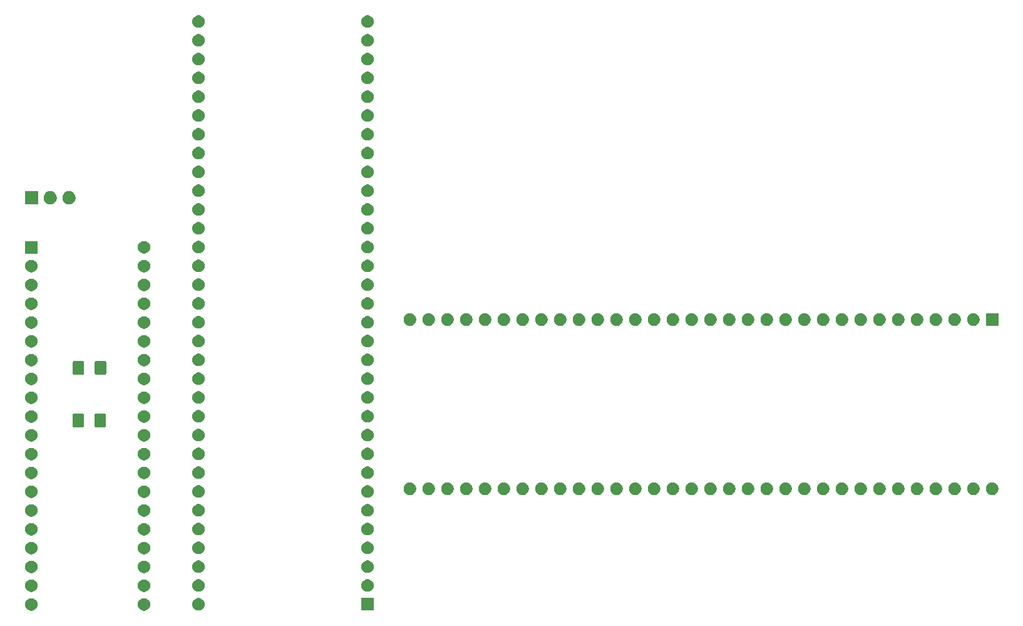
<source format=gts>
G04 #@! TF.GenerationSoftware,KiCad,Pcbnew,(5.1.5)-3*
G04 #@! TF.CreationDate,2021-09-12T14:11:04+10:00*
G04 #@! TF.ProjectId,CDTV_Reromlocator_v3,43445456-5f52-4657-926f-6d6c6f636174,rev?*
G04 #@! TF.SameCoordinates,Original*
G04 #@! TF.FileFunction,Soldermask,Top*
G04 #@! TF.FilePolarity,Negative*
%FSLAX46Y46*%
G04 Gerber Fmt 4.6, Leading zero omitted, Abs format (unit mm)*
G04 Created by KiCad (PCBNEW (5.1.5)-3) date 2021-09-12 14:11:04*
%MOMM*%
%LPD*%
G04 APERTURE LIST*
%ADD10C,0.100000*%
G04 APERTURE END LIST*
D10*
G36*
X67670228Y-151981703D02*
G01*
X67825100Y-152045853D01*
X67964481Y-152138985D01*
X68083015Y-152257519D01*
X68176147Y-152396900D01*
X68240297Y-152551772D01*
X68273000Y-152716184D01*
X68273000Y-152883816D01*
X68240297Y-153048228D01*
X68176147Y-153203100D01*
X68083015Y-153342481D01*
X67964481Y-153461015D01*
X67825100Y-153554147D01*
X67670228Y-153618297D01*
X67505816Y-153651000D01*
X67338184Y-153651000D01*
X67173772Y-153618297D01*
X67018900Y-153554147D01*
X66879519Y-153461015D01*
X66760985Y-153342481D01*
X66667853Y-153203100D01*
X66603703Y-153048228D01*
X66571000Y-152883816D01*
X66571000Y-152716184D01*
X66603703Y-152551772D01*
X66667853Y-152396900D01*
X66760985Y-152257519D01*
X66879519Y-152138985D01*
X67018900Y-152045853D01*
X67173772Y-151981703D01*
X67338184Y-151949000D01*
X67505816Y-151949000D01*
X67670228Y-151981703D01*
G37*
G36*
X52430228Y-151981703D02*
G01*
X52585100Y-152045853D01*
X52724481Y-152138985D01*
X52843015Y-152257519D01*
X52936147Y-152396900D01*
X53000297Y-152551772D01*
X53033000Y-152716184D01*
X53033000Y-152883816D01*
X53000297Y-153048228D01*
X52936147Y-153203100D01*
X52843015Y-153342481D01*
X52724481Y-153461015D01*
X52585100Y-153554147D01*
X52430228Y-153618297D01*
X52265816Y-153651000D01*
X52098184Y-153651000D01*
X51933772Y-153618297D01*
X51778900Y-153554147D01*
X51639519Y-153461015D01*
X51520985Y-153342481D01*
X51427853Y-153203100D01*
X51363703Y-153048228D01*
X51331000Y-152883816D01*
X51331000Y-152716184D01*
X51363703Y-152551772D01*
X51427853Y-152396900D01*
X51520985Y-152257519D01*
X51639519Y-152138985D01*
X51778900Y-152045853D01*
X51933772Y-151981703D01*
X52098184Y-151949000D01*
X52265816Y-151949000D01*
X52430228Y-151981703D01*
G37*
G36*
X98509000Y-153641000D02*
G01*
X96807000Y-153641000D01*
X96807000Y-151939000D01*
X98509000Y-151939000D01*
X98509000Y-153641000D01*
G37*
G36*
X75046228Y-151971703D02*
G01*
X75201100Y-152035853D01*
X75340481Y-152128985D01*
X75459015Y-152247519D01*
X75552147Y-152386900D01*
X75616297Y-152541772D01*
X75649000Y-152706184D01*
X75649000Y-152873816D01*
X75616297Y-153038228D01*
X75552147Y-153193100D01*
X75459015Y-153332481D01*
X75340481Y-153451015D01*
X75201100Y-153544147D01*
X75046228Y-153608297D01*
X74881816Y-153641000D01*
X74714184Y-153641000D01*
X74549772Y-153608297D01*
X74394900Y-153544147D01*
X74255519Y-153451015D01*
X74136985Y-153332481D01*
X74043853Y-153193100D01*
X73979703Y-153038228D01*
X73947000Y-152873816D01*
X73947000Y-152706184D01*
X73979703Y-152541772D01*
X74043853Y-152386900D01*
X74136985Y-152247519D01*
X74255519Y-152128985D01*
X74394900Y-152035853D01*
X74549772Y-151971703D01*
X74714184Y-151939000D01*
X74881816Y-151939000D01*
X75046228Y-151971703D01*
G37*
G36*
X67670228Y-149441703D02*
G01*
X67825100Y-149505853D01*
X67964481Y-149598985D01*
X68083015Y-149717519D01*
X68176147Y-149856900D01*
X68240297Y-150011772D01*
X68273000Y-150176184D01*
X68273000Y-150343816D01*
X68240297Y-150508228D01*
X68176147Y-150663100D01*
X68083015Y-150802481D01*
X67964481Y-150921015D01*
X67825100Y-151014147D01*
X67670228Y-151078297D01*
X67505816Y-151111000D01*
X67338184Y-151111000D01*
X67173772Y-151078297D01*
X67018900Y-151014147D01*
X66879519Y-150921015D01*
X66760985Y-150802481D01*
X66667853Y-150663100D01*
X66603703Y-150508228D01*
X66571000Y-150343816D01*
X66571000Y-150176184D01*
X66603703Y-150011772D01*
X66667853Y-149856900D01*
X66760985Y-149717519D01*
X66879519Y-149598985D01*
X67018900Y-149505853D01*
X67173772Y-149441703D01*
X67338184Y-149409000D01*
X67505816Y-149409000D01*
X67670228Y-149441703D01*
G37*
G36*
X52430228Y-149441703D02*
G01*
X52585100Y-149505853D01*
X52724481Y-149598985D01*
X52843015Y-149717519D01*
X52936147Y-149856900D01*
X53000297Y-150011772D01*
X53033000Y-150176184D01*
X53033000Y-150343816D01*
X53000297Y-150508228D01*
X52936147Y-150663100D01*
X52843015Y-150802481D01*
X52724481Y-150921015D01*
X52585100Y-151014147D01*
X52430228Y-151078297D01*
X52265816Y-151111000D01*
X52098184Y-151111000D01*
X51933772Y-151078297D01*
X51778900Y-151014147D01*
X51639519Y-150921015D01*
X51520985Y-150802481D01*
X51427853Y-150663100D01*
X51363703Y-150508228D01*
X51331000Y-150343816D01*
X51331000Y-150176184D01*
X51363703Y-150011772D01*
X51427853Y-149856900D01*
X51520985Y-149717519D01*
X51639519Y-149598985D01*
X51778900Y-149505853D01*
X51933772Y-149441703D01*
X52098184Y-149409000D01*
X52265816Y-149409000D01*
X52430228Y-149441703D01*
G37*
G36*
X75046228Y-149431703D02*
G01*
X75201100Y-149495853D01*
X75340481Y-149588985D01*
X75459015Y-149707519D01*
X75552147Y-149846900D01*
X75616297Y-150001772D01*
X75649000Y-150166184D01*
X75649000Y-150333816D01*
X75616297Y-150498228D01*
X75552147Y-150653100D01*
X75459015Y-150792481D01*
X75340481Y-150911015D01*
X75201100Y-151004147D01*
X75046228Y-151068297D01*
X74881816Y-151101000D01*
X74714184Y-151101000D01*
X74549772Y-151068297D01*
X74394900Y-151004147D01*
X74255519Y-150911015D01*
X74136985Y-150792481D01*
X74043853Y-150653100D01*
X73979703Y-150498228D01*
X73947000Y-150333816D01*
X73947000Y-150166184D01*
X73979703Y-150001772D01*
X74043853Y-149846900D01*
X74136985Y-149707519D01*
X74255519Y-149588985D01*
X74394900Y-149495853D01*
X74549772Y-149431703D01*
X74714184Y-149399000D01*
X74881816Y-149399000D01*
X75046228Y-149431703D01*
G37*
G36*
X97906228Y-149431703D02*
G01*
X98061100Y-149495853D01*
X98200481Y-149588985D01*
X98319015Y-149707519D01*
X98412147Y-149846900D01*
X98476297Y-150001772D01*
X98509000Y-150166184D01*
X98509000Y-150333816D01*
X98476297Y-150498228D01*
X98412147Y-150653100D01*
X98319015Y-150792481D01*
X98200481Y-150911015D01*
X98061100Y-151004147D01*
X97906228Y-151068297D01*
X97741816Y-151101000D01*
X97574184Y-151101000D01*
X97409772Y-151068297D01*
X97254900Y-151004147D01*
X97115519Y-150911015D01*
X96996985Y-150792481D01*
X96903853Y-150653100D01*
X96839703Y-150498228D01*
X96807000Y-150333816D01*
X96807000Y-150166184D01*
X96839703Y-150001772D01*
X96903853Y-149846900D01*
X96996985Y-149707519D01*
X97115519Y-149588985D01*
X97254900Y-149495853D01*
X97409772Y-149431703D01*
X97574184Y-149399000D01*
X97741816Y-149399000D01*
X97906228Y-149431703D01*
G37*
G36*
X67670228Y-146901703D02*
G01*
X67825100Y-146965853D01*
X67964481Y-147058985D01*
X68083015Y-147177519D01*
X68176147Y-147316900D01*
X68240297Y-147471772D01*
X68273000Y-147636184D01*
X68273000Y-147803816D01*
X68240297Y-147968228D01*
X68176147Y-148123100D01*
X68083015Y-148262481D01*
X67964481Y-148381015D01*
X67825100Y-148474147D01*
X67670228Y-148538297D01*
X67505816Y-148571000D01*
X67338184Y-148571000D01*
X67173772Y-148538297D01*
X67018900Y-148474147D01*
X66879519Y-148381015D01*
X66760985Y-148262481D01*
X66667853Y-148123100D01*
X66603703Y-147968228D01*
X66571000Y-147803816D01*
X66571000Y-147636184D01*
X66603703Y-147471772D01*
X66667853Y-147316900D01*
X66760985Y-147177519D01*
X66879519Y-147058985D01*
X67018900Y-146965853D01*
X67173772Y-146901703D01*
X67338184Y-146869000D01*
X67505816Y-146869000D01*
X67670228Y-146901703D01*
G37*
G36*
X52430228Y-146901703D02*
G01*
X52585100Y-146965853D01*
X52724481Y-147058985D01*
X52843015Y-147177519D01*
X52936147Y-147316900D01*
X53000297Y-147471772D01*
X53033000Y-147636184D01*
X53033000Y-147803816D01*
X53000297Y-147968228D01*
X52936147Y-148123100D01*
X52843015Y-148262481D01*
X52724481Y-148381015D01*
X52585100Y-148474147D01*
X52430228Y-148538297D01*
X52265816Y-148571000D01*
X52098184Y-148571000D01*
X51933772Y-148538297D01*
X51778900Y-148474147D01*
X51639519Y-148381015D01*
X51520985Y-148262481D01*
X51427853Y-148123100D01*
X51363703Y-147968228D01*
X51331000Y-147803816D01*
X51331000Y-147636184D01*
X51363703Y-147471772D01*
X51427853Y-147316900D01*
X51520985Y-147177519D01*
X51639519Y-147058985D01*
X51778900Y-146965853D01*
X51933772Y-146901703D01*
X52098184Y-146869000D01*
X52265816Y-146869000D01*
X52430228Y-146901703D01*
G37*
G36*
X75046228Y-146891703D02*
G01*
X75201100Y-146955853D01*
X75340481Y-147048985D01*
X75459015Y-147167519D01*
X75552147Y-147306900D01*
X75616297Y-147461772D01*
X75649000Y-147626184D01*
X75649000Y-147793816D01*
X75616297Y-147958228D01*
X75552147Y-148113100D01*
X75459015Y-148252481D01*
X75340481Y-148371015D01*
X75201100Y-148464147D01*
X75046228Y-148528297D01*
X74881816Y-148561000D01*
X74714184Y-148561000D01*
X74549772Y-148528297D01*
X74394900Y-148464147D01*
X74255519Y-148371015D01*
X74136985Y-148252481D01*
X74043853Y-148113100D01*
X73979703Y-147958228D01*
X73947000Y-147793816D01*
X73947000Y-147626184D01*
X73979703Y-147461772D01*
X74043853Y-147306900D01*
X74136985Y-147167519D01*
X74255519Y-147048985D01*
X74394900Y-146955853D01*
X74549772Y-146891703D01*
X74714184Y-146859000D01*
X74881816Y-146859000D01*
X75046228Y-146891703D01*
G37*
G36*
X97906228Y-146891703D02*
G01*
X98061100Y-146955853D01*
X98200481Y-147048985D01*
X98319015Y-147167519D01*
X98412147Y-147306900D01*
X98476297Y-147461772D01*
X98509000Y-147626184D01*
X98509000Y-147793816D01*
X98476297Y-147958228D01*
X98412147Y-148113100D01*
X98319015Y-148252481D01*
X98200481Y-148371015D01*
X98061100Y-148464147D01*
X97906228Y-148528297D01*
X97741816Y-148561000D01*
X97574184Y-148561000D01*
X97409772Y-148528297D01*
X97254900Y-148464147D01*
X97115519Y-148371015D01*
X96996985Y-148252481D01*
X96903853Y-148113100D01*
X96839703Y-147958228D01*
X96807000Y-147793816D01*
X96807000Y-147626184D01*
X96839703Y-147461772D01*
X96903853Y-147306900D01*
X96996985Y-147167519D01*
X97115519Y-147048985D01*
X97254900Y-146955853D01*
X97409772Y-146891703D01*
X97574184Y-146859000D01*
X97741816Y-146859000D01*
X97906228Y-146891703D01*
G37*
G36*
X52430228Y-144361703D02*
G01*
X52585100Y-144425853D01*
X52724481Y-144518985D01*
X52843015Y-144637519D01*
X52936147Y-144776900D01*
X53000297Y-144931772D01*
X53033000Y-145096184D01*
X53033000Y-145263816D01*
X53000297Y-145428228D01*
X52936147Y-145583100D01*
X52843015Y-145722481D01*
X52724481Y-145841015D01*
X52585100Y-145934147D01*
X52430228Y-145998297D01*
X52265816Y-146031000D01*
X52098184Y-146031000D01*
X51933772Y-145998297D01*
X51778900Y-145934147D01*
X51639519Y-145841015D01*
X51520985Y-145722481D01*
X51427853Y-145583100D01*
X51363703Y-145428228D01*
X51331000Y-145263816D01*
X51331000Y-145096184D01*
X51363703Y-144931772D01*
X51427853Y-144776900D01*
X51520985Y-144637519D01*
X51639519Y-144518985D01*
X51778900Y-144425853D01*
X51933772Y-144361703D01*
X52098184Y-144329000D01*
X52265816Y-144329000D01*
X52430228Y-144361703D01*
G37*
G36*
X67670228Y-144361703D02*
G01*
X67825100Y-144425853D01*
X67964481Y-144518985D01*
X68083015Y-144637519D01*
X68176147Y-144776900D01*
X68240297Y-144931772D01*
X68273000Y-145096184D01*
X68273000Y-145263816D01*
X68240297Y-145428228D01*
X68176147Y-145583100D01*
X68083015Y-145722481D01*
X67964481Y-145841015D01*
X67825100Y-145934147D01*
X67670228Y-145998297D01*
X67505816Y-146031000D01*
X67338184Y-146031000D01*
X67173772Y-145998297D01*
X67018900Y-145934147D01*
X66879519Y-145841015D01*
X66760985Y-145722481D01*
X66667853Y-145583100D01*
X66603703Y-145428228D01*
X66571000Y-145263816D01*
X66571000Y-145096184D01*
X66603703Y-144931772D01*
X66667853Y-144776900D01*
X66760985Y-144637519D01*
X66879519Y-144518985D01*
X67018900Y-144425853D01*
X67173772Y-144361703D01*
X67338184Y-144329000D01*
X67505816Y-144329000D01*
X67670228Y-144361703D01*
G37*
G36*
X97906228Y-144351703D02*
G01*
X98061100Y-144415853D01*
X98200481Y-144508985D01*
X98319015Y-144627519D01*
X98412147Y-144766900D01*
X98476297Y-144921772D01*
X98509000Y-145086184D01*
X98509000Y-145253816D01*
X98476297Y-145418228D01*
X98412147Y-145573100D01*
X98319015Y-145712481D01*
X98200481Y-145831015D01*
X98061100Y-145924147D01*
X97906228Y-145988297D01*
X97741816Y-146021000D01*
X97574184Y-146021000D01*
X97409772Y-145988297D01*
X97254900Y-145924147D01*
X97115519Y-145831015D01*
X96996985Y-145712481D01*
X96903853Y-145573100D01*
X96839703Y-145418228D01*
X96807000Y-145253816D01*
X96807000Y-145086184D01*
X96839703Y-144921772D01*
X96903853Y-144766900D01*
X96996985Y-144627519D01*
X97115519Y-144508985D01*
X97254900Y-144415853D01*
X97409772Y-144351703D01*
X97574184Y-144319000D01*
X97741816Y-144319000D01*
X97906228Y-144351703D01*
G37*
G36*
X75046228Y-144351703D02*
G01*
X75201100Y-144415853D01*
X75340481Y-144508985D01*
X75459015Y-144627519D01*
X75552147Y-144766900D01*
X75616297Y-144921772D01*
X75649000Y-145086184D01*
X75649000Y-145253816D01*
X75616297Y-145418228D01*
X75552147Y-145573100D01*
X75459015Y-145712481D01*
X75340481Y-145831015D01*
X75201100Y-145924147D01*
X75046228Y-145988297D01*
X74881816Y-146021000D01*
X74714184Y-146021000D01*
X74549772Y-145988297D01*
X74394900Y-145924147D01*
X74255519Y-145831015D01*
X74136985Y-145712481D01*
X74043853Y-145573100D01*
X73979703Y-145418228D01*
X73947000Y-145253816D01*
X73947000Y-145086184D01*
X73979703Y-144921772D01*
X74043853Y-144766900D01*
X74136985Y-144627519D01*
X74255519Y-144508985D01*
X74394900Y-144415853D01*
X74549772Y-144351703D01*
X74714184Y-144319000D01*
X74881816Y-144319000D01*
X75046228Y-144351703D01*
G37*
G36*
X52430228Y-141821703D02*
G01*
X52585100Y-141885853D01*
X52724481Y-141978985D01*
X52843015Y-142097519D01*
X52936147Y-142236900D01*
X53000297Y-142391772D01*
X53033000Y-142556184D01*
X53033000Y-142723816D01*
X53000297Y-142888228D01*
X52936147Y-143043100D01*
X52843015Y-143182481D01*
X52724481Y-143301015D01*
X52585100Y-143394147D01*
X52430228Y-143458297D01*
X52265816Y-143491000D01*
X52098184Y-143491000D01*
X51933772Y-143458297D01*
X51778900Y-143394147D01*
X51639519Y-143301015D01*
X51520985Y-143182481D01*
X51427853Y-143043100D01*
X51363703Y-142888228D01*
X51331000Y-142723816D01*
X51331000Y-142556184D01*
X51363703Y-142391772D01*
X51427853Y-142236900D01*
X51520985Y-142097519D01*
X51639519Y-141978985D01*
X51778900Y-141885853D01*
X51933772Y-141821703D01*
X52098184Y-141789000D01*
X52265816Y-141789000D01*
X52430228Y-141821703D01*
G37*
G36*
X67670228Y-141821703D02*
G01*
X67825100Y-141885853D01*
X67964481Y-141978985D01*
X68083015Y-142097519D01*
X68176147Y-142236900D01*
X68240297Y-142391772D01*
X68273000Y-142556184D01*
X68273000Y-142723816D01*
X68240297Y-142888228D01*
X68176147Y-143043100D01*
X68083015Y-143182481D01*
X67964481Y-143301015D01*
X67825100Y-143394147D01*
X67670228Y-143458297D01*
X67505816Y-143491000D01*
X67338184Y-143491000D01*
X67173772Y-143458297D01*
X67018900Y-143394147D01*
X66879519Y-143301015D01*
X66760985Y-143182481D01*
X66667853Y-143043100D01*
X66603703Y-142888228D01*
X66571000Y-142723816D01*
X66571000Y-142556184D01*
X66603703Y-142391772D01*
X66667853Y-142236900D01*
X66760985Y-142097519D01*
X66879519Y-141978985D01*
X67018900Y-141885853D01*
X67173772Y-141821703D01*
X67338184Y-141789000D01*
X67505816Y-141789000D01*
X67670228Y-141821703D01*
G37*
G36*
X97906228Y-141811703D02*
G01*
X98061100Y-141875853D01*
X98200481Y-141968985D01*
X98319015Y-142087519D01*
X98412147Y-142226900D01*
X98476297Y-142381772D01*
X98509000Y-142546184D01*
X98509000Y-142713816D01*
X98476297Y-142878228D01*
X98412147Y-143033100D01*
X98319015Y-143172481D01*
X98200481Y-143291015D01*
X98061100Y-143384147D01*
X97906228Y-143448297D01*
X97741816Y-143481000D01*
X97574184Y-143481000D01*
X97409772Y-143448297D01*
X97254900Y-143384147D01*
X97115519Y-143291015D01*
X96996985Y-143172481D01*
X96903853Y-143033100D01*
X96839703Y-142878228D01*
X96807000Y-142713816D01*
X96807000Y-142546184D01*
X96839703Y-142381772D01*
X96903853Y-142226900D01*
X96996985Y-142087519D01*
X97115519Y-141968985D01*
X97254900Y-141875853D01*
X97409772Y-141811703D01*
X97574184Y-141779000D01*
X97741816Y-141779000D01*
X97906228Y-141811703D01*
G37*
G36*
X75046228Y-141811703D02*
G01*
X75201100Y-141875853D01*
X75340481Y-141968985D01*
X75459015Y-142087519D01*
X75552147Y-142226900D01*
X75616297Y-142381772D01*
X75649000Y-142546184D01*
X75649000Y-142713816D01*
X75616297Y-142878228D01*
X75552147Y-143033100D01*
X75459015Y-143172481D01*
X75340481Y-143291015D01*
X75201100Y-143384147D01*
X75046228Y-143448297D01*
X74881816Y-143481000D01*
X74714184Y-143481000D01*
X74549772Y-143448297D01*
X74394900Y-143384147D01*
X74255519Y-143291015D01*
X74136985Y-143172481D01*
X74043853Y-143033100D01*
X73979703Y-142878228D01*
X73947000Y-142713816D01*
X73947000Y-142546184D01*
X73979703Y-142381772D01*
X74043853Y-142226900D01*
X74136985Y-142087519D01*
X74255519Y-141968985D01*
X74394900Y-141875853D01*
X74549772Y-141811703D01*
X74714184Y-141779000D01*
X74881816Y-141779000D01*
X75046228Y-141811703D01*
G37*
G36*
X52430228Y-139281703D02*
G01*
X52585100Y-139345853D01*
X52724481Y-139438985D01*
X52843015Y-139557519D01*
X52936147Y-139696900D01*
X53000297Y-139851772D01*
X53033000Y-140016184D01*
X53033000Y-140183816D01*
X53000297Y-140348228D01*
X52936147Y-140503100D01*
X52843015Y-140642481D01*
X52724481Y-140761015D01*
X52585100Y-140854147D01*
X52430228Y-140918297D01*
X52265816Y-140951000D01*
X52098184Y-140951000D01*
X51933772Y-140918297D01*
X51778900Y-140854147D01*
X51639519Y-140761015D01*
X51520985Y-140642481D01*
X51427853Y-140503100D01*
X51363703Y-140348228D01*
X51331000Y-140183816D01*
X51331000Y-140016184D01*
X51363703Y-139851772D01*
X51427853Y-139696900D01*
X51520985Y-139557519D01*
X51639519Y-139438985D01*
X51778900Y-139345853D01*
X51933772Y-139281703D01*
X52098184Y-139249000D01*
X52265816Y-139249000D01*
X52430228Y-139281703D01*
G37*
G36*
X67670228Y-139281703D02*
G01*
X67825100Y-139345853D01*
X67964481Y-139438985D01*
X68083015Y-139557519D01*
X68176147Y-139696900D01*
X68240297Y-139851772D01*
X68273000Y-140016184D01*
X68273000Y-140183816D01*
X68240297Y-140348228D01*
X68176147Y-140503100D01*
X68083015Y-140642481D01*
X67964481Y-140761015D01*
X67825100Y-140854147D01*
X67670228Y-140918297D01*
X67505816Y-140951000D01*
X67338184Y-140951000D01*
X67173772Y-140918297D01*
X67018900Y-140854147D01*
X66879519Y-140761015D01*
X66760985Y-140642481D01*
X66667853Y-140503100D01*
X66603703Y-140348228D01*
X66571000Y-140183816D01*
X66571000Y-140016184D01*
X66603703Y-139851772D01*
X66667853Y-139696900D01*
X66760985Y-139557519D01*
X66879519Y-139438985D01*
X67018900Y-139345853D01*
X67173772Y-139281703D01*
X67338184Y-139249000D01*
X67505816Y-139249000D01*
X67670228Y-139281703D01*
G37*
G36*
X97906228Y-139271703D02*
G01*
X98061100Y-139335853D01*
X98200481Y-139428985D01*
X98319015Y-139547519D01*
X98412147Y-139686900D01*
X98476297Y-139841772D01*
X98509000Y-140006184D01*
X98509000Y-140173816D01*
X98476297Y-140338228D01*
X98412147Y-140493100D01*
X98319015Y-140632481D01*
X98200481Y-140751015D01*
X98061100Y-140844147D01*
X97906228Y-140908297D01*
X97741816Y-140941000D01*
X97574184Y-140941000D01*
X97409772Y-140908297D01*
X97254900Y-140844147D01*
X97115519Y-140751015D01*
X96996985Y-140632481D01*
X96903853Y-140493100D01*
X96839703Y-140338228D01*
X96807000Y-140173816D01*
X96807000Y-140006184D01*
X96839703Y-139841772D01*
X96903853Y-139686900D01*
X96996985Y-139547519D01*
X97115519Y-139428985D01*
X97254900Y-139335853D01*
X97409772Y-139271703D01*
X97574184Y-139239000D01*
X97741816Y-139239000D01*
X97906228Y-139271703D01*
G37*
G36*
X75046228Y-139271703D02*
G01*
X75201100Y-139335853D01*
X75340481Y-139428985D01*
X75459015Y-139547519D01*
X75552147Y-139686900D01*
X75616297Y-139841772D01*
X75649000Y-140006184D01*
X75649000Y-140173816D01*
X75616297Y-140338228D01*
X75552147Y-140493100D01*
X75459015Y-140632481D01*
X75340481Y-140751015D01*
X75201100Y-140844147D01*
X75046228Y-140908297D01*
X74881816Y-140941000D01*
X74714184Y-140941000D01*
X74549772Y-140908297D01*
X74394900Y-140844147D01*
X74255519Y-140751015D01*
X74136985Y-140632481D01*
X74043853Y-140493100D01*
X73979703Y-140338228D01*
X73947000Y-140173816D01*
X73947000Y-140006184D01*
X73979703Y-139841772D01*
X74043853Y-139686900D01*
X74136985Y-139547519D01*
X74255519Y-139428985D01*
X74394900Y-139335853D01*
X74549772Y-139271703D01*
X74714184Y-139239000D01*
X74881816Y-139239000D01*
X75046228Y-139271703D01*
G37*
G36*
X52430228Y-136741703D02*
G01*
X52585100Y-136805853D01*
X52724481Y-136898985D01*
X52843015Y-137017519D01*
X52936147Y-137156900D01*
X53000297Y-137311772D01*
X53033000Y-137476184D01*
X53033000Y-137643816D01*
X53000297Y-137808228D01*
X52936147Y-137963100D01*
X52843015Y-138102481D01*
X52724481Y-138221015D01*
X52585100Y-138314147D01*
X52430228Y-138378297D01*
X52265816Y-138411000D01*
X52098184Y-138411000D01*
X51933772Y-138378297D01*
X51778900Y-138314147D01*
X51639519Y-138221015D01*
X51520985Y-138102481D01*
X51427853Y-137963100D01*
X51363703Y-137808228D01*
X51331000Y-137643816D01*
X51331000Y-137476184D01*
X51363703Y-137311772D01*
X51427853Y-137156900D01*
X51520985Y-137017519D01*
X51639519Y-136898985D01*
X51778900Y-136805853D01*
X51933772Y-136741703D01*
X52098184Y-136709000D01*
X52265816Y-136709000D01*
X52430228Y-136741703D01*
G37*
G36*
X67670228Y-136741703D02*
G01*
X67825100Y-136805853D01*
X67964481Y-136898985D01*
X68083015Y-137017519D01*
X68176147Y-137156900D01*
X68240297Y-137311772D01*
X68273000Y-137476184D01*
X68273000Y-137643816D01*
X68240297Y-137808228D01*
X68176147Y-137963100D01*
X68083015Y-138102481D01*
X67964481Y-138221015D01*
X67825100Y-138314147D01*
X67670228Y-138378297D01*
X67505816Y-138411000D01*
X67338184Y-138411000D01*
X67173772Y-138378297D01*
X67018900Y-138314147D01*
X66879519Y-138221015D01*
X66760985Y-138102481D01*
X66667853Y-137963100D01*
X66603703Y-137808228D01*
X66571000Y-137643816D01*
X66571000Y-137476184D01*
X66603703Y-137311772D01*
X66667853Y-137156900D01*
X66760985Y-137017519D01*
X66879519Y-136898985D01*
X67018900Y-136805853D01*
X67173772Y-136741703D01*
X67338184Y-136709000D01*
X67505816Y-136709000D01*
X67670228Y-136741703D01*
G37*
G36*
X97906228Y-136731703D02*
G01*
X98061100Y-136795853D01*
X98200481Y-136888985D01*
X98319015Y-137007519D01*
X98412147Y-137146900D01*
X98476297Y-137301772D01*
X98509000Y-137466184D01*
X98509000Y-137633816D01*
X98476297Y-137798228D01*
X98412147Y-137953100D01*
X98319015Y-138092481D01*
X98200481Y-138211015D01*
X98061100Y-138304147D01*
X97906228Y-138368297D01*
X97741816Y-138401000D01*
X97574184Y-138401000D01*
X97409772Y-138368297D01*
X97254900Y-138304147D01*
X97115519Y-138211015D01*
X96996985Y-138092481D01*
X96903853Y-137953100D01*
X96839703Y-137798228D01*
X96807000Y-137633816D01*
X96807000Y-137466184D01*
X96839703Y-137301772D01*
X96903853Y-137146900D01*
X96996985Y-137007519D01*
X97115519Y-136888985D01*
X97254900Y-136795853D01*
X97409772Y-136731703D01*
X97574184Y-136699000D01*
X97741816Y-136699000D01*
X97906228Y-136731703D01*
G37*
G36*
X75046228Y-136731703D02*
G01*
X75201100Y-136795853D01*
X75340481Y-136888985D01*
X75459015Y-137007519D01*
X75552147Y-137146900D01*
X75616297Y-137301772D01*
X75649000Y-137466184D01*
X75649000Y-137633816D01*
X75616297Y-137798228D01*
X75552147Y-137953100D01*
X75459015Y-138092481D01*
X75340481Y-138211015D01*
X75201100Y-138304147D01*
X75046228Y-138368297D01*
X74881816Y-138401000D01*
X74714184Y-138401000D01*
X74549772Y-138368297D01*
X74394900Y-138304147D01*
X74255519Y-138211015D01*
X74136985Y-138092481D01*
X74043853Y-137953100D01*
X73979703Y-137798228D01*
X73947000Y-137633816D01*
X73947000Y-137466184D01*
X73979703Y-137301772D01*
X74043853Y-137146900D01*
X74136985Y-137007519D01*
X74255519Y-136888985D01*
X74394900Y-136795853D01*
X74549772Y-136731703D01*
X74714184Y-136699000D01*
X74881816Y-136699000D01*
X75046228Y-136731703D01*
G37*
G36*
X146806228Y-136341703D02*
G01*
X146961100Y-136405853D01*
X147100481Y-136498985D01*
X147219015Y-136617519D01*
X147312147Y-136756900D01*
X147376297Y-136911772D01*
X147409000Y-137076184D01*
X147409000Y-137243816D01*
X147376297Y-137408228D01*
X147312147Y-137563100D01*
X147219015Y-137702481D01*
X147100481Y-137821015D01*
X146961100Y-137914147D01*
X146806228Y-137978297D01*
X146641816Y-138011000D01*
X146474184Y-138011000D01*
X146309772Y-137978297D01*
X146154900Y-137914147D01*
X146015519Y-137821015D01*
X145896985Y-137702481D01*
X145803853Y-137563100D01*
X145739703Y-137408228D01*
X145707000Y-137243816D01*
X145707000Y-137076184D01*
X145739703Y-136911772D01*
X145803853Y-136756900D01*
X145896985Y-136617519D01*
X146015519Y-136498985D01*
X146154900Y-136405853D01*
X146309772Y-136341703D01*
X146474184Y-136309000D01*
X146641816Y-136309000D01*
X146806228Y-136341703D01*
G37*
G36*
X106166228Y-136341703D02*
G01*
X106321100Y-136405853D01*
X106460481Y-136498985D01*
X106579015Y-136617519D01*
X106672147Y-136756900D01*
X106736297Y-136911772D01*
X106769000Y-137076184D01*
X106769000Y-137243816D01*
X106736297Y-137408228D01*
X106672147Y-137563100D01*
X106579015Y-137702481D01*
X106460481Y-137821015D01*
X106321100Y-137914147D01*
X106166228Y-137978297D01*
X106001816Y-138011000D01*
X105834184Y-138011000D01*
X105669772Y-137978297D01*
X105514900Y-137914147D01*
X105375519Y-137821015D01*
X105256985Y-137702481D01*
X105163853Y-137563100D01*
X105099703Y-137408228D01*
X105067000Y-137243816D01*
X105067000Y-137076184D01*
X105099703Y-136911772D01*
X105163853Y-136756900D01*
X105256985Y-136617519D01*
X105375519Y-136498985D01*
X105514900Y-136405853D01*
X105669772Y-136341703D01*
X105834184Y-136309000D01*
X106001816Y-136309000D01*
X106166228Y-136341703D01*
G37*
G36*
X141726228Y-136341703D02*
G01*
X141881100Y-136405853D01*
X142020481Y-136498985D01*
X142139015Y-136617519D01*
X142232147Y-136756900D01*
X142296297Y-136911772D01*
X142329000Y-137076184D01*
X142329000Y-137243816D01*
X142296297Y-137408228D01*
X142232147Y-137563100D01*
X142139015Y-137702481D01*
X142020481Y-137821015D01*
X141881100Y-137914147D01*
X141726228Y-137978297D01*
X141561816Y-138011000D01*
X141394184Y-138011000D01*
X141229772Y-137978297D01*
X141074900Y-137914147D01*
X140935519Y-137821015D01*
X140816985Y-137702481D01*
X140723853Y-137563100D01*
X140659703Y-137408228D01*
X140627000Y-137243816D01*
X140627000Y-137076184D01*
X140659703Y-136911772D01*
X140723853Y-136756900D01*
X140816985Y-136617519D01*
X140935519Y-136498985D01*
X141074900Y-136405853D01*
X141229772Y-136341703D01*
X141394184Y-136309000D01*
X141561816Y-136309000D01*
X141726228Y-136341703D01*
G37*
G36*
X139186228Y-136341703D02*
G01*
X139341100Y-136405853D01*
X139480481Y-136498985D01*
X139599015Y-136617519D01*
X139692147Y-136756900D01*
X139756297Y-136911772D01*
X139789000Y-137076184D01*
X139789000Y-137243816D01*
X139756297Y-137408228D01*
X139692147Y-137563100D01*
X139599015Y-137702481D01*
X139480481Y-137821015D01*
X139341100Y-137914147D01*
X139186228Y-137978297D01*
X139021816Y-138011000D01*
X138854184Y-138011000D01*
X138689772Y-137978297D01*
X138534900Y-137914147D01*
X138395519Y-137821015D01*
X138276985Y-137702481D01*
X138183853Y-137563100D01*
X138119703Y-137408228D01*
X138087000Y-137243816D01*
X138087000Y-137076184D01*
X138119703Y-136911772D01*
X138183853Y-136756900D01*
X138276985Y-136617519D01*
X138395519Y-136498985D01*
X138534900Y-136405853D01*
X138689772Y-136341703D01*
X138854184Y-136309000D01*
X139021816Y-136309000D01*
X139186228Y-136341703D01*
G37*
G36*
X136646228Y-136341703D02*
G01*
X136801100Y-136405853D01*
X136940481Y-136498985D01*
X137059015Y-136617519D01*
X137152147Y-136756900D01*
X137216297Y-136911772D01*
X137249000Y-137076184D01*
X137249000Y-137243816D01*
X137216297Y-137408228D01*
X137152147Y-137563100D01*
X137059015Y-137702481D01*
X136940481Y-137821015D01*
X136801100Y-137914147D01*
X136646228Y-137978297D01*
X136481816Y-138011000D01*
X136314184Y-138011000D01*
X136149772Y-137978297D01*
X135994900Y-137914147D01*
X135855519Y-137821015D01*
X135736985Y-137702481D01*
X135643853Y-137563100D01*
X135579703Y-137408228D01*
X135547000Y-137243816D01*
X135547000Y-137076184D01*
X135579703Y-136911772D01*
X135643853Y-136756900D01*
X135736985Y-136617519D01*
X135855519Y-136498985D01*
X135994900Y-136405853D01*
X136149772Y-136341703D01*
X136314184Y-136309000D01*
X136481816Y-136309000D01*
X136646228Y-136341703D01*
G37*
G36*
X134106228Y-136341703D02*
G01*
X134261100Y-136405853D01*
X134400481Y-136498985D01*
X134519015Y-136617519D01*
X134612147Y-136756900D01*
X134676297Y-136911772D01*
X134709000Y-137076184D01*
X134709000Y-137243816D01*
X134676297Y-137408228D01*
X134612147Y-137563100D01*
X134519015Y-137702481D01*
X134400481Y-137821015D01*
X134261100Y-137914147D01*
X134106228Y-137978297D01*
X133941816Y-138011000D01*
X133774184Y-138011000D01*
X133609772Y-137978297D01*
X133454900Y-137914147D01*
X133315519Y-137821015D01*
X133196985Y-137702481D01*
X133103853Y-137563100D01*
X133039703Y-137408228D01*
X133007000Y-137243816D01*
X133007000Y-137076184D01*
X133039703Y-136911772D01*
X133103853Y-136756900D01*
X133196985Y-136617519D01*
X133315519Y-136498985D01*
X133454900Y-136405853D01*
X133609772Y-136341703D01*
X133774184Y-136309000D01*
X133941816Y-136309000D01*
X134106228Y-136341703D01*
G37*
G36*
X131566228Y-136341703D02*
G01*
X131721100Y-136405853D01*
X131860481Y-136498985D01*
X131979015Y-136617519D01*
X132072147Y-136756900D01*
X132136297Y-136911772D01*
X132169000Y-137076184D01*
X132169000Y-137243816D01*
X132136297Y-137408228D01*
X132072147Y-137563100D01*
X131979015Y-137702481D01*
X131860481Y-137821015D01*
X131721100Y-137914147D01*
X131566228Y-137978297D01*
X131401816Y-138011000D01*
X131234184Y-138011000D01*
X131069772Y-137978297D01*
X130914900Y-137914147D01*
X130775519Y-137821015D01*
X130656985Y-137702481D01*
X130563853Y-137563100D01*
X130499703Y-137408228D01*
X130467000Y-137243816D01*
X130467000Y-137076184D01*
X130499703Y-136911772D01*
X130563853Y-136756900D01*
X130656985Y-136617519D01*
X130775519Y-136498985D01*
X130914900Y-136405853D01*
X131069772Y-136341703D01*
X131234184Y-136309000D01*
X131401816Y-136309000D01*
X131566228Y-136341703D01*
G37*
G36*
X129026228Y-136341703D02*
G01*
X129181100Y-136405853D01*
X129320481Y-136498985D01*
X129439015Y-136617519D01*
X129532147Y-136756900D01*
X129596297Y-136911772D01*
X129629000Y-137076184D01*
X129629000Y-137243816D01*
X129596297Y-137408228D01*
X129532147Y-137563100D01*
X129439015Y-137702481D01*
X129320481Y-137821015D01*
X129181100Y-137914147D01*
X129026228Y-137978297D01*
X128861816Y-138011000D01*
X128694184Y-138011000D01*
X128529772Y-137978297D01*
X128374900Y-137914147D01*
X128235519Y-137821015D01*
X128116985Y-137702481D01*
X128023853Y-137563100D01*
X127959703Y-137408228D01*
X127927000Y-137243816D01*
X127927000Y-137076184D01*
X127959703Y-136911772D01*
X128023853Y-136756900D01*
X128116985Y-136617519D01*
X128235519Y-136498985D01*
X128374900Y-136405853D01*
X128529772Y-136341703D01*
X128694184Y-136309000D01*
X128861816Y-136309000D01*
X129026228Y-136341703D01*
G37*
G36*
X126486228Y-136341703D02*
G01*
X126641100Y-136405853D01*
X126780481Y-136498985D01*
X126899015Y-136617519D01*
X126992147Y-136756900D01*
X127056297Y-136911772D01*
X127089000Y-137076184D01*
X127089000Y-137243816D01*
X127056297Y-137408228D01*
X126992147Y-137563100D01*
X126899015Y-137702481D01*
X126780481Y-137821015D01*
X126641100Y-137914147D01*
X126486228Y-137978297D01*
X126321816Y-138011000D01*
X126154184Y-138011000D01*
X125989772Y-137978297D01*
X125834900Y-137914147D01*
X125695519Y-137821015D01*
X125576985Y-137702481D01*
X125483853Y-137563100D01*
X125419703Y-137408228D01*
X125387000Y-137243816D01*
X125387000Y-137076184D01*
X125419703Y-136911772D01*
X125483853Y-136756900D01*
X125576985Y-136617519D01*
X125695519Y-136498985D01*
X125834900Y-136405853D01*
X125989772Y-136341703D01*
X126154184Y-136309000D01*
X126321816Y-136309000D01*
X126486228Y-136341703D01*
G37*
G36*
X123946228Y-136341703D02*
G01*
X124101100Y-136405853D01*
X124240481Y-136498985D01*
X124359015Y-136617519D01*
X124452147Y-136756900D01*
X124516297Y-136911772D01*
X124549000Y-137076184D01*
X124549000Y-137243816D01*
X124516297Y-137408228D01*
X124452147Y-137563100D01*
X124359015Y-137702481D01*
X124240481Y-137821015D01*
X124101100Y-137914147D01*
X123946228Y-137978297D01*
X123781816Y-138011000D01*
X123614184Y-138011000D01*
X123449772Y-137978297D01*
X123294900Y-137914147D01*
X123155519Y-137821015D01*
X123036985Y-137702481D01*
X122943853Y-137563100D01*
X122879703Y-137408228D01*
X122847000Y-137243816D01*
X122847000Y-137076184D01*
X122879703Y-136911772D01*
X122943853Y-136756900D01*
X123036985Y-136617519D01*
X123155519Y-136498985D01*
X123294900Y-136405853D01*
X123449772Y-136341703D01*
X123614184Y-136309000D01*
X123781816Y-136309000D01*
X123946228Y-136341703D01*
G37*
G36*
X121406228Y-136341703D02*
G01*
X121561100Y-136405853D01*
X121700481Y-136498985D01*
X121819015Y-136617519D01*
X121912147Y-136756900D01*
X121976297Y-136911772D01*
X122009000Y-137076184D01*
X122009000Y-137243816D01*
X121976297Y-137408228D01*
X121912147Y-137563100D01*
X121819015Y-137702481D01*
X121700481Y-137821015D01*
X121561100Y-137914147D01*
X121406228Y-137978297D01*
X121241816Y-138011000D01*
X121074184Y-138011000D01*
X120909772Y-137978297D01*
X120754900Y-137914147D01*
X120615519Y-137821015D01*
X120496985Y-137702481D01*
X120403853Y-137563100D01*
X120339703Y-137408228D01*
X120307000Y-137243816D01*
X120307000Y-137076184D01*
X120339703Y-136911772D01*
X120403853Y-136756900D01*
X120496985Y-136617519D01*
X120615519Y-136498985D01*
X120754900Y-136405853D01*
X120909772Y-136341703D01*
X121074184Y-136309000D01*
X121241816Y-136309000D01*
X121406228Y-136341703D01*
G37*
G36*
X118866228Y-136341703D02*
G01*
X119021100Y-136405853D01*
X119160481Y-136498985D01*
X119279015Y-136617519D01*
X119372147Y-136756900D01*
X119436297Y-136911772D01*
X119469000Y-137076184D01*
X119469000Y-137243816D01*
X119436297Y-137408228D01*
X119372147Y-137563100D01*
X119279015Y-137702481D01*
X119160481Y-137821015D01*
X119021100Y-137914147D01*
X118866228Y-137978297D01*
X118701816Y-138011000D01*
X118534184Y-138011000D01*
X118369772Y-137978297D01*
X118214900Y-137914147D01*
X118075519Y-137821015D01*
X117956985Y-137702481D01*
X117863853Y-137563100D01*
X117799703Y-137408228D01*
X117767000Y-137243816D01*
X117767000Y-137076184D01*
X117799703Y-136911772D01*
X117863853Y-136756900D01*
X117956985Y-136617519D01*
X118075519Y-136498985D01*
X118214900Y-136405853D01*
X118369772Y-136341703D01*
X118534184Y-136309000D01*
X118701816Y-136309000D01*
X118866228Y-136341703D01*
G37*
G36*
X116326228Y-136341703D02*
G01*
X116481100Y-136405853D01*
X116620481Y-136498985D01*
X116739015Y-136617519D01*
X116832147Y-136756900D01*
X116896297Y-136911772D01*
X116929000Y-137076184D01*
X116929000Y-137243816D01*
X116896297Y-137408228D01*
X116832147Y-137563100D01*
X116739015Y-137702481D01*
X116620481Y-137821015D01*
X116481100Y-137914147D01*
X116326228Y-137978297D01*
X116161816Y-138011000D01*
X115994184Y-138011000D01*
X115829772Y-137978297D01*
X115674900Y-137914147D01*
X115535519Y-137821015D01*
X115416985Y-137702481D01*
X115323853Y-137563100D01*
X115259703Y-137408228D01*
X115227000Y-137243816D01*
X115227000Y-137076184D01*
X115259703Y-136911772D01*
X115323853Y-136756900D01*
X115416985Y-136617519D01*
X115535519Y-136498985D01*
X115674900Y-136405853D01*
X115829772Y-136341703D01*
X115994184Y-136309000D01*
X116161816Y-136309000D01*
X116326228Y-136341703D01*
G37*
G36*
X113786228Y-136341703D02*
G01*
X113941100Y-136405853D01*
X114080481Y-136498985D01*
X114199015Y-136617519D01*
X114292147Y-136756900D01*
X114356297Y-136911772D01*
X114389000Y-137076184D01*
X114389000Y-137243816D01*
X114356297Y-137408228D01*
X114292147Y-137563100D01*
X114199015Y-137702481D01*
X114080481Y-137821015D01*
X113941100Y-137914147D01*
X113786228Y-137978297D01*
X113621816Y-138011000D01*
X113454184Y-138011000D01*
X113289772Y-137978297D01*
X113134900Y-137914147D01*
X112995519Y-137821015D01*
X112876985Y-137702481D01*
X112783853Y-137563100D01*
X112719703Y-137408228D01*
X112687000Y-137243816D01*
X112687000Y-137076184D01*
X112719703Y-136911772D01*
X112783853Y-136756900D01*
X112876985Y-136617519D01*
X112995519Y-136498985D01*
X113134900Y-136405853D01*
X113289772Y-136341703D01*
X113454184Y-136309000D01*
X113621816Y-136309000D01*
X113786228Y-136341703D01*
G37*
G36*
X111246228Y-136341703D02*
G01*
X111401100Y-136405853D01*
X111540481Y-136498985D01*
X111659015Y-136617519D01*
X111752147Y-136756900D01*
X111816297Y-136911772D01*
X111849000Y-137076184D01*
X111849000Y-137243816D01*
X111816297Y-137408228D01*
X111752147Y-137563100D01*
X111659015Y-137702481D01*
X111540481Y-137821015D01*
X111401100Y-137914147D01*
X111246228Y-137978297D01*
X111081816Y-138011000D01*
X110914184Y-138011000D01*
X110749772Y-137978297D01*
X110594900Y-137914147D01*
X110455519Y-137821015D01*
X110336985Y-137702481D01*
X110243853Y-137563100D01*
X110179703Y-137408228D01*
X110147000Y-137243816D01*
X110147000Y-137076184D01*
X110179703Y-136911772D01*
X110243853Y-136756900D01*
X110336985Y-136617519D01*
X110455519Y-136498985D01*
X110594900Y-136405853D01*
X110749772Y-136341703D01*
X110914184Y-136309000D01*
X111081816Y-136309000D01*
X111246228Y-136341703D01*
G37*
G36*
X108706228Y-136341703D02*
G01*
X108861100Y-136405853D01*
X109000481Y-136498985D01*
X109119015Y-136617519D01*
X109212147Y-136756900D01*
X109276297Y-136911772D01*
X109309000Y-137076184D01*
X109309000Y-137243816D01*
X109276297Y-137408228D01*
X109212147Y-137563100D01*
X109119015Y-137702481D01*
X109000481Y-137821015D01*
X108861100Y-137914147D01*
X108706228Y-137978297D01*
X108541816Y-138011000D01*
X108374184Y-138011000D01*
X108209772Y-137978297D01*
X108054900Y-137914147D01*
X107915519Y-137821015D01*
X107796985Y-137702481D01*
X107703853Y-137563100D01*
X107639703Y-137408228D01*
X107607000Y-137243816D01*
X107607000Y-137076184D01*
X107639703Y-136911772D01*
X107703853Y-136756900D01*
X107796985Y-136617519D01*
X107915519Y-136498985D01*
X108054900Y-136405853D01*
X108209772Y-136341703D01*
X108374184Y-136309000D01*
X108541816Y-136309000D01*
X108706228Y-136341703D01*
G37*
G36*
X174746228Y-136341703D02*
G01*
X174901100Y-136405853D01*
X175040481Y-136498985D01*
X175159015Y-136617519D01*
X175252147Y-136756900D01*
X175316297Y-136911772D01*
X175349000Y-137076184D01*
X175349000Y-137243816D01*
X175316297Y-137408228D01*
X175252147Y-137563100D01*
X175159015Y-137702481D01*
X175040481Y-137821015D01*
X174901100Y-137914147D01*
X174746228Y-137978297D01*
X174581816Y-138011000D01*
X174414184Y-138011000D01*
X174249772Y-137978297D01*
X174094900Y-137914147D01*
X173955519Y-137821015D01*
X173836985Y-137702481D01*
X173743853Y-137563100D01*
X173679703Y-137408228D01*
X173647000Y-137243816D01*
X173647000Y-137076184D01*
X173679703Y-136911772D01*
X173743853Y-136756900D01*
X173836985Y-136617519D01*
X173955519Y-136498985D01*
X174094900Y-136405853D01*
X174249772Y-136341703D01*
X174414184Y-136309000D01*
X174581816Y-136309000D01*
X174746228Y-136341703D01*
G37*
G36*
X149346228Y-136341703D02*
G01*
X149501100Y-136405853D01*
X149640481Y-136498985D01*
X149759015Y-136617519D01*
X149852147Y-136756900D01*
X149916297Y-136911772D01*
X149949000Y-137076184D01*
X149949000Y-137243816D01*
X149916297Y-137408228D01*
X149852147Y-137563100D01*
X149759015Y-137702481D01*
X149640481Y-137821015D01*
X149501100Y-137914147D01*
X149346228Y-137978297D01*
X149181816Y-138011000D01*
X149014184Y-138011000D01*
X148849772Y-137978297D01*
X148694900Y-137914147D01*
X148555519Y-137821015D01*
X148436985Y-137702481D01*
X148343853Y-137563100D01*
X148279703Y-137408228D01*
X148247000Y-137243816D01*
X148247000Y-137076184D01*
X148279703Y-136911772D01*
X148343853Y-136756900D01*
X148436985Y-136617519D01*
X148555519Y-136498985D01*
X148694900Y-136405853D01*
X148849772Y-136341703D01*
X149014184Y-136309000D01*
X149181816Y-136309000D01*
X149346228Y-136341703D01*
G37*
G36*
X182366228Y-136341703D02*
G01*
X182521100Y-136405853D01*
X182660481Y-136498985D01*
X182779015Y-136617519D01*
X182872147Y-136756900D01*
X182936297Y-136911772D01*
X182969000Y-137076184D01*
X182969000Y-137243816D01*
X182936297Y-137408228D01*
X182872147Y-137563100D01*
X182779015Y-137702481D01*
X182660481Y-137821015D01*
X182521100Y-137914147D01*
X182366228Y-137978297D01*
X182201816Y-138011000D01*
X182034184Y-138011000D01*
X181869772Y-137978297D01*
X181714900Y-137914147D01*
X181575519Y-137821015D01*
X181456985Y-137702481D01*
X181363853Y-137563100D01*
X181299703Y-137408228D01*
X181267000Y-137243816D01*
X181267000Y-137076184D01*
X181299703Y-136911772D01*
X181363853Y-136756900D01*
X181456985Y-136617519D01*
X181575519Y-136498985D01*
X181714900Y-136405853D01*
X181869772Y-136341703D01*
X182034184Y-136309000D01*
X182201816Y-136309000D01*
X182366228Y-136341703D01*
G37*
G36*
X103626228Y-136341703D02*
G01*
X103781100Y-136405853D01*
X103920481Y-136498985D01*
X104039015Y-136617519D01*
X104132147Y-136756900D01*
X104196297Y-136911772D01*
X104229000Y-137076184D01*
X104229000Y-137243816D01*
X104196297Y-137408228D01*
X104132147Y-137563100D01*
X104039015Y-137702481D01*
X103920481Y-137821015D01*
X103781100Y-137914147D01*
X103626228Y-137978297D01*
X103461816Y-138011000D01*
X103294184Y-138011000D01*
X103129772Y-137978297D01*
X102974900Y-137914147D01*
X102835519Y-137821015D01*
X102716985Y-137702481D01*
X102623853Y-137563100D01*
X102559703Y-137408228D01*
X102527000Y-137243816D01*
X102527000Y-137076184D01*
X102559703Y-136911772D01*
X102623853Y-136756900D01*
X102716985Y-136617519D01*
X102835519Y-136498985D01*
X102974900Y-136405853D01*
X103129772Y-136341703D01*
X103294184Y-136309000D01*
X103461816Y-136309000D01*
X103626228Y-136341703D01*
G37*
G36*
X144266228Y-136341703D02*
G01*
X144421100Y-136405853D01*
X144560481Y-136498985D01*
X144679015Y-136617519D01*
X144772147Y-136756900D01*
X144836297Y-136911772D01*
X144869000Y-137076184D01*
X144869000Y-137243816D01*
X144836297Y-137408228D01*
X144772147Y-137563100D01*
X144679015Y-137702481D01*
X144560481Y-137821015D01*
X144421100Y-137914147D01*
X144266228Y-137978297D01*
X144101816Y-138011000D01*
X143934184Y-138011000D01*
X143769772Y-137978297D01*
X143614900Y-137914147D01*
X143475519Y-137821015D01*
X143356985Y-137702481D01*
X143263853Y-137563100D01*
X143199703Y-137408228D01*
X143167000Y-137243816D01*
X143167000Y-137076184D01*
X143199703Y-136911772D01*
X143263853Y-136756900D01*
X143356985Y-136617519D01*
X143475519Y-136498985D01*
X143614900Y-136405853D01*
X143769772Y-136341703D01*
X143934184Y-136309000D01*
X144101816Y-136309000D01*
X144266228Y-136341703D01*
G37*
G36*
X179826228Y-136341703D02*
G01*
X179981100Y-136405853D01*
X180120481Y-136498985D01*
X180239015Y-136617519D01*
X180332147Y-136756900D01*
X180396297Y-136911772D01*
X180429000Y-137076184D01*
X180429000Y-137243816D01*
X180396297Y-137408228D01*
X180332147Y-137563100D01*
X180239015Y-137702481D01*
X180120481Y-137821015D01*
X179981100Y-137914147D01*
X179826228Y-137978297D01*
X179661816Y-138011000D01*
X179494184Y-138011000D01*
X179329772Y-137978297D01*
X179174900Y-137914147D01*
X179035519Y-137821015D01*
X178916985Y-137702481D01*
X178823853Y-137563100D01*
X178759703Y-137408228D01*
X178727000Y-137243816D01*
X178727000Y-137076184D01*
X178759703Y-136911772D01*
X178823853Y-136756900D01*
X178916985Y-136617519D01*
X179035519Y-136498985D01*
X179174900Y-136405853D01*
X179329772Y-136341703D01*
X179494184Y-136309000D01*
X179661816Y-136309000D01*
X179826228Y-136341703D01*
G37*
G36*
X177286228Y-136341703D02*
G01*
X177441100Y-136405853D01*
X177580481Y-136498985D01*
X177699015Y-136617519D01*
X177792147Y-136756900D01*
X177856297Y-136911772D01*
X177889000Y-137076184D01*
X177889000Y-137243816D01*
X177856297Y-137408228D01*
X177792147Y-137563100D01*
X177699015Y-137702481D01*
X177580481Y-137821015D01*
X177441100Y-137914147D01*
X177286228Y-137978297D01*
X177121816Y-138011000D01*
X176954184Y-138011000D01*
X176789772Y-137978297D01*
X176634900Y-137914147D01*
X176495519Y-137821015D01*
X176376985Y-137702481D01*
X176283853Y-137563100D01*
X176219703Y-137408228D01*
X176187000Y-137243816D01*
X176187000Y-137076184D01*
X176219703Y-136911772D01*
X176283853Y-136756900D01*
X176376985Y-136617519D01*
X176495519Y-136498985D01*
X176634900Y-136405853D01*
X176789772Y-136341703D01*
X176954184Y-136309000D01*
X177121816Y-136309000D01*
X177286228Y-136341703D01*
G37*
G36*
X172206228Y-136341703D02*
G01*
X172361100Y-136405853D01*
X172500481Y-136498985D01*
X172619015Y-136617519D01*
X172712147Y-136756900D01*
X172776297Y-136911772D01*
X172809000Y-137076184D01*
X172809000Y-137243816D01*
X172776297Y-137408228D01*
X172712147Y-137563100D01*
X172619015Y-137702481D01*
X172500481Y-137821015D01*
X172361100Y-137914147D01*
X172206228Y-137978297D01*
X172041816Y-138011000D01*
X171874184Y-138011000D01*
X171709772Y-137978297D01*
X171554900Y-137914147D01*
X171415519Y-137821015D01*
X171296985Y-137702481D01*
X171203853Y-137563100D01*
X171139703Y-137408228D01*
X171107000Y-137243816D01*
X171107000Y-137076184D01*
X171139703Y-136911772D01*
X171203853Y-136756900D01*
X171296985Y-136617519D01*
X171415519Y-136498985D01*
X171554900Y-136405853D01*
X171709772Y-136341703D01*
X171874184Y-136309000D01*
X172041816Y-136309000D01*
X172206228Y-136341703D01*
G37*
G36*
X169666228Y-136341703D02*
G01*
X169821100Y-136405853D01*
X169960481Y-136498985D01*
X170079015Y-136617519D01*
X170172147Y-136756900D01*
X170236297Y-136911772D01*
X170269000Y-137076184D01*
X170269000Y-137243816D01*
X170236297Y-137408228D01*
X170172147Y-137563100D01*
X170079015Y-137702481D01*
X169960481Y-137821015D01*
X169821100Y-137914147D01*
X169666228Y-137978297D01*
X169501816Y-138011000D01*
X169334184Y-138011000D01*
X169169772Y-137978297D01*
X169014900Y-137914147D01*
X168875519Y-137821015D01*
X168756985Y-137702481D01*
X168663853Y-137563100D01*
X168599703Y-137408228D01*
X168567000Y-137243816D01*
X168567000Y-137076184D01*
X168599703Y-136911772D01*
X168663853Y-136756900D01*
X168756985Y-136617519D01*
X168875519Y-136498985D01*
X169014900Y-136405853D01*
X169169772Y-136341703D01*
X169334184Y-136309000D01*
X169501816Y-136309000D01*
X169666228Y-136341703D01*
G37*
G36*
X167126228Y-136341703D02*
G01*
X167281100Y-136405853D01*
X167420481Y-136498985D01*
X167539015Y-136617519D01*
X167632147Y-136756900D01*
X167696297Y-136911772D01*
X167729000Y-137076184D01*
X167729000Y-137243816D01*
X167696297Y-137408228D01*
X167632147Y-137563100D01*
X167539015Y-137702481D01*
X167420481Y-137821015D01*
X167281100Y-137914147D01*
X167126228Y-137978297D01*
X166961816Y-138011000D01*
X166794184Y-138011000D01*
X166629772Y-137978297D01*
X166474900Y-137914147D01*
X166335519Y-137821015D01*
X166216985Y-137702481D01*
X166123853Y-137563100D01*
X166059703Y-137408228D01*
X166027000Y-137243816D01*
X166027000Y-137076184D01*
X166059703Y-136911772D01*
X166123853Y-136756900D01*
X166216985Y-136617519D01*
X166335519Y-136498985D01*
X166474900Y-136405853D01*
X166629772Y-136341703D01*
X166794184Y-136309000D01*
X166961816Y-136309000D01*
X167126228Y-136341703D01*
G37*
G36*
X164586228Y-136341703D02*
G01*
X164741100Y-136405853D01*
X164880481Y-136498985D01*
X164999015Y-136617519D01*
X165092147Y-136756900D01*
X165156297Y-136911772D01*
X165189000Y-137076184D01*
X165189000Y-137243816D01*
X165156297Y-137408228D01*
X165092147Y-137563100D01*
X164999015Y-137702481D01*
X164880481Y-137821015D01*
X164741100Y-137914147D01*
X164586228Y-137978297D01*
X164421816Y-138011000D01*
X164254184Y-138011000D01*
X164089772Y-137978297D01*
X163934900Y-137914147D01*
X163795519Y-137821015D01*
X163676985Y-137702481D01*
X163583853Y-137563100D01*
X163519703Y-137408228D01*
X163487000Y-137243816D01*
X163487000Y-137076184D01*
X163519703Y-136911772D01*
X163583853Y-136756900D01*
X163676985Y-136617519D01*
X163795519Y-136498985D01*
X163934900Y-136405853D01*
X164089772Y-136341703D01*
X164254184Y-136309000D01*
X164421816Y-136309000D01*
X164586228Y-136341703D01*
G37*
G36*
X162046228Y-136341703D02*
G01*
X162201100Y-136405853D01*
X162340481Y-136498985D01*
X162459015Y-136617519D01*
X162552147Y-136756900D01*
X162616297Y-136911772D01*
X162649000Y-137076184D01*
X162649000Y-137243816D01*
X162616297Y-137408228D01*
X162552147Y-137563100D01*
X162459015Y-137702481D01*
X162340481Y-137821015D01*
X162201100Y-137914147D01*
X162046228Y-137978297D01*
X161881816Y-138011000D01*
X161714184Y-138011000D01*
X161549772Y-137978297D01*
X161394900Y-137914147D01*
X161255519Y-137821015D01*
X161136985Y-137702481D01*
X161043853Y-137563100D01*
X160979703Y-137408228D01*
X160947000Y-137243816D01*
X160947000Y-137076184D01*
X160979703Y-136911772D01*
X161043853Y-136756900D01*
X161136985Y-136617519D01*
X161255519Y-136498985D01*
X161394900Y-136405853D01*
X161549772Y-136341703D01*
X161714184Y-136309000D01*
X161881816Y-136309000D01*
X162046228Y-136341703D01*
G37*
G36*
X159506228Y-136341703D02*
G01*
X159661100Y-136405853D01*
X159800481Y-136498985D01*
X159919015Y-136617519D01*
X160012147Y-136756900D01*
X160076297Y-136911772D01*
X160109000Y-137076184D01*
X160109000Y-137243816D01*
X160076297Y-137408228D01*
X160012147Y-137563100D01*
X159919015Y-137702481D01*
X159800481Y-137821015D01*
X159661100Y-137914147D01*
X159506228Y-137978297D01*
X159341816Y-138011000D01*
X159174184Y-138011000D01*
X159009772Y-137978297D01*
X158854900Y-137914147D01*
X158715519Y-137821015D01*
X158596985Y-137702481D01*
X158503853Y-137563100D01*
X158439703Y-137408228D01*
X158407000Y-137243816D01*
X158407000Y-137076184D01*
X158439703Y-136911772D01*
X158503853Y-136756900D01*
X158596985Y-136617519D01*
X158715519Y-136498985D01*
X158854900Y-136405853D01*
X159009772Y-136341703D01*
X159174184Y-136309000D01*
X159341816Y-136309000D01*
X159506228Y-136341703D01*
G37*
G36*
X156966228Y-136341703D02*
G01*
X157121100Y-136405853D01*
X157260481Y-136498985D01*
X157379015Y-136617519D01*
X157472147Y-136756900D01*
X157536297Y-136911772D01*
X157569000Y-137076184D01*
X157569000Y-137243816D01*
X157536297Y-137408228D01*
X157472147Y-137563100D01*
X157379015Y-137702481D01*
X157260481Y-137821015D01*
X157121100Y-137914147D01*
X156966228Y-137978297D01*
X156801816Y-138011000D01*
X156634184Y-138011000D01*
X156469772Y-137978297D01*
X156314900Y-137914147D01*
X156175519Y-137821015D01*
X156056985Y-137702481D01*
X155963853Y-137563100D01*
X155899703Y-137408228D01*
X155867000Y-137243816D01*
X155867000Y-137076184D01*
X155899703Y-136911772D01*
X155963853Y-136756900D01*
X156056985Y-136617519D01*
X156175519Y-136498985D01*
X156314900Y-136405853D01*
X156469772Y-136341703D01*
X156634184Y-136309000D01*
X156801816Y-136309000D01*
X156966228Y-136341703D01*
G37*
G36*
X154426228Y-136341703D02*
G01*
X154581100Y-136405853D01*
X154720481Y-136498985D01*
X154839015Y-136617519D01*
X154932147Y-136756900D01*
X154996297Y-136911772D01*
X155029000Y-137076184D01*
X155029000Y-137243816D01*
X154996297Y-137408228D01*
X154932147Y-137563100D01*
X154839015Y-137702481D01*
X154720481Y-137821015D01*
X154581100Y-137914147D01*
X154426228Y-137978297D01*
X154261816Y-138011000D01*
X154094184Y-138011000D01*
X153929772Y-137978297D01*
X153774900Y-137914147D01*
X153635519Y-137821015D01*
X153516985Y-137702481D01*
X153423853Y-137563100D01*
X153359703Y-137408228D01*
X153327000Y-137243816D01*
X153327000Y-137076184D01*
X153359703Y-136911772D01*
X153423853Y-136756900D01*
X153516985Y-136617519D01*
X153635519Y-136498985D01*
X153774900Y-136405853D01*
X153929772Y-136341703D01*
X154094184Y-136309000D01*
X154261816Y-136309000D01*
X154426228Y-136341703D01*
G37*
G36*
X151886228Y-136341703D02*
G01*
X152041100Y-136405853D01*
X152180481Y-136498985D01*
X152299015Y-136617519D01*
X152392147Y-136756900D01*
X152456297Y-136911772D01*
X152489000Y-137076184D01*
X152489000Y-137243816D01*
X152456297Y-137408228D01*
X152392147Y-137563100D01*
X152299015Y-137702481D01*
X152180481Y-137821015D01*
X152041100Y-137914147D01*
X151886228Y-137978297D01*
X151721816Y-138011000D01*
X151554184Y-138011000D01*
X151389772Y-137978297D01*
X151234900Y-137914147D01*
X151095519Y-137821015D01*
X150976985Y-137702481D01*
X150883853Y-137563100D01*
X150819703Y-137408228D01*
X150787000Y-137243816D01*
X150787000Y-137076184D01*
X150819703Y-136911772D01*
X150883853Y-136756900D01*
X150976985Y-136617519D01*
X151095519Y-136498985D01*
X151234900Y-136405853D01*
X151389772Y-136341703D01*
X151554184Y-136309000D01*
X151721816Y-136309000D01*
X151886228Y-136341703D01*
G37*
G36*
X67670228Y-134201703D02*
G01*
X67825100Y-134265853D01*
X67964481Y-134358985D01*
X68083015Y-134477519D01*
X68176147Y-134616900D01*
X68240297Y-134771772D01*
X68273000Y-134936184D01*
X68273000Y-135103816D01*
X68240297Y-135268228D01*
X68176147Y-135423100D01*
X68083015Y-135562481D01*
X67964481Y-135681015D01*
X67825100Y-135774147D01*
X67670228Y-135838297D01*
X67505816Y-135871000D01*
X67338184Y-135871000D01*
X67173772Y-135838297D01*
X67018900Y-135774147D01*
X66879519Y-135681015D01*
X66760985Y-135562481D01*
X66667853Y-135423100D01*
X66603703Y-135268228D01*
X66571000Y-135103816D01*
X66571000Y-134936184D01*
X66603703Y-134771772D01*
X66667853Y-134616900D01*
X66760985Y-134477519D01*
X66879519Y-134358985D01*
X67018900Y-134265853D01*
X67173772Y-134201703D01*
X67338184Y-134169000D01*
X67505816Y-134169000D01*
X67670228Y-134201703D01*
G37*
G36*
X52430228Y-134201703D02*
G01*
X52585100Y-134265853D01*
X52724481Y-134358985D01*
X52843015Y-134477519D01*
X52936147Y-134616900D01*
X53000297Y-134771772D01*
X53033000Y-134936184D01*
X53033000Y-135103816D01*
X53000297Y-135268228D01*
X52936147Y-135423100D01*
X52843015Y-135562481D01*
X52724481Y-135681015D01*
X52585100Y-135774147D01*
X52430228Y-135838297D01*
X52265816Y-135871000D01*
X52098184Y-135871000D01*
X51933772Y-135838297D01*
X51778900Y-135774147D01*
X51639519Y-135681015D01*
X51520985Y-135562481D01*
X51427853Y-135423100D01*
X51363703Y-135268228D01*
X51331000Y-135103816D01*
X51331000Y-134936184D01*
X51363703Y-134771772D01*
X51427853Y-134616900D01*
X51520985Y-134477519D01*
X51639519Y-134358985D01*
X51778900Y-134265853D01*
X51933772Y-134201703D01*
X52098184Y-134169000D01*
X52265816Y-134169000D01*
X52430228Y-134201703D01*
G37*
G36*
X97906228Y-134191703D02*
G01*
X98061100Y-134255853D01*
X98200481Y-134348985D01*
X98319015Y-134467519D01*
X98412147Y-134606900D01*
X98476297Y-134761772D01*
X98509000Y-134926184D01*
X98509000Y-135093816D01*
X98476297Y-135258228D01*
X98412147Y-135413100D01*
X98319015Y-135552481D01*
X98200481Y-135671015D01*
X98061100Y-135764147D01*
X97906228Y-135828297D01*
X97741816Y-135861000D01*
X97574184Y-135861000D01*
X97409772Y-135828297D01*
X97254900Y-135764147D01*
X97115519Y-135671015D01*
X96996985Y-135552481D01*
X96903853Y-135413100D01*
X96839703Y-135258228D01*
X96807000Y-135093816D01*
X96807000Y-134926184D01*
X96839703Y-134761772D01*
X96903853Y-134606900D01*
X96996985Y-134467519D01*
X97115519Y-134348985D01*
X97254900Y-134255853D01*
X97409772Y-134191703D01*
X97574184Y-134159000D01*
X97741816Y-134159000D01*
X97906228Y-134191703D01*
G37*
G36*
X75046228Y-134191703D02*
G01*
X75201100Y-134255853D01*
X75340481Y-134348985D01*
X75459015Y-134467519D01*
X75552147Y-134606900D01*
X75616297Y-134761772D01*
X75649000Y-134926184D01*
X75649000Y-135093816D01*
X75616297Y-135258228D01*
X75552147Y-135413100D01*
X75459015Y-135552481D01*
X75340481Y-135671015D01*
X75201100Y-135764147D01*
X75046228Y-135828297D01*
X74881816Y-135861000D01*
X74714184Y-135861000D01*
X74549772Y-135828297D01*
X74394900Y-135764147D01*
X74255519Y-135671015D01*
X74136985Y-135552481D01*
X74043853Y-135413100D01*
X73979703Y-135258228D01*
X73947000Y-135093816D01*
X73947000Y-134926184D01*
X73979703Y-134761772D01*
X74043853Y-134606900D01*
X74136985Y-134467519D01*
X74255519Y-134348985D01*
X74394900Y-134255853D01*
X74549772Y-134191703D01*
X74714184Y-134159000D01*
X74881816Y-134159000D01*
X75046228Y-134191703D01*
G37*
G36*
X52430228Y-131661703D02*
G01*
X52585100Y-131725853D01*
X52724481Y-131818985D01*
X52843015Y-131937519D01*
X52936147Y-132076900D01*
X53000297Y-132231772D01*
X53033000Y-132396184D01*
X53033000Y-132563816D01*
X53000297Y-132728228D01*
X52936147Y-132883100D01*
X52843015Y-133022481D01*
X52724481Y-133141015D01*
X52585100Y-133234147D01*
X52430228Y-133298297D01*
X52265816Y-133331000D01*
X52098184Y-133331000D01*
X51933772Y-133298297D01*
X51778900Y-133234147D01*
X51639519Y-133141015D01*
X51520985Y-133022481D01*
X51427853Y-132883100D01*
X51363703Y-132728228D01*
X51331000Y-132563816D01*
X51331000Y-132396184D01*
X51363703Y-132231772D01*
X51427853Y-132076900D01*
X51520985Y-131937519D01*
X51639519Y-131818985D01*
X51778900Y-131725853D01*
X51933772Y-131661703D01*
X52098184Y-131629000D01*
X52265816Y-131629000D01*
X52430228Y-131661703D01*
G37*
G36*
X67670228Y-131661703D02*
G01*
X67825100Y-131725853D01*
X67964481Y-131818985D01*
X68083015Y-131937519D01*
X68176147Y-132076900D01*
X68240297Y-132231772D01*
X68273000Y-132396184D01*
X68273000Y-132563816D01*
X68240297Y-132728228D01*
X68176147Y-132883100D01*
X68083015Y-133022481D01*
X67964481Y-133141015D01*
X67825100Y-133234147D01*
X67670228Y-133298297D01*
X67505816Y-133331000D01*
X67338184Y-133331000D01*
X67173772Y-133298297D01*
X67018900Y-133234147D01*
X66879519Y-133141015D01*
X66760985Y-133022481D01*
X66667853Y-132883100D01*
X66603703Y-132728228D01*
X66571000Y-132563816D01*
X66571000Y-132396184D01*
X66603703Y-132231772D01*
X66667853Y-132076900D01*
X66760985Y-131937519D01*
X66879519Y-131818985D01*
X67018900Y-131725853D01*
X67173772Y-131661703D01*
X67338184Y-131629000D01*
X67505816Y-131629000D01*
X67670228Y-131661703D01*
G37*
G36*
X97906228Y-131651703D02*
G01*
X98061100Y-131715853D01*
X98200481Y-131808985D01*
X98319015Y-131927519D01*
X98412147Y-132066900D01*
X98476297Y-132221772D01*
X98509000Y-132386184D01*
X98509000Y-132553816D01*
X98476297Y-132718228D01*
X98412147Y-132873100D01*
X98319015Y-133012481D01*
X98200481Y-133131015D01*
X98061100Y-133224147D01*
X97906228Y-133288297D01*
X97741816Y-133321000D01*
X97574184Y-133321000D01*
X97409772Y-133288297D01*
X97254900Y-133224147D01*
X97115519Y-133131015D01*
X96996985Y-133012481D01*
X96903853Y-132873100D01*
X96839703Y-132718228D01*
X96807000Y-132553816D01*
X96807000Y-132386184D01*
X96839703Y-132221772D01*
X96903853Y-132066900D01*
X96996985Y-131927519D01*
X97115519Y-131808985D01*
X97254900Y-131715853D01*
X97409772Y-131651703D01*
X97574184Y-131619000D01*
X97741816Y-131619000D01*
X97906228Y-131651703D01*
G37*
G36*
X75046228Y-131651703D02*
G01*
X75201100Y-131715853D01*
X75340481Y-131808985D01*
X75459015Y-131927519D01*
X75552147Y-132066900D01*
X75616297Y-132221772D01*
X75649000Y-132386184D01*
X75649000Y-132553816D01*
X75616297Y-132718228D01*
X75552147Y-132873100D01*
X75459015Y-133012481D01*
X75340481Y-133131015D01*
X75201100Y-133224147D01*
X75046228Y-133288297D01*
X74881816Y-133321000D01*
X74714184Y-133321000D01*
X74549772Y-133288297D01*
X74394900Y-133224147D01*
X74255519Y-133131015D01*
X74136985Y-133012481D01*
X74043853Y-132873100D01*
X73979703Y-132718228D01*
X73947000Y-132553816D01*
X73947000Y-132386184D01*
X73979703Y-132221772D01*
X74043853Y-132066900D01*
X74136985Y-131927519D01*
X74255519Y-131808985D01*
X74394900Y-131715853D01*
X74549772Y-131651703D01*
X74714184Y-131619000D01*
X74881816Y-131619000D01*
X75046228Y-131651703D01*
G37*
G36*
X67670228Y-129121703D02*
G01*
X67825100Y-129185853D01*
X67964481Y-129278985D01*
X68083015Y-129397519D01*
X68176147Y-129536900D01*
X68240297Y-129691772D01*
X68273000Y-129856184D01*
X68273000Y-130023816D01*
X68240297Y-130188228D01*
X68176147Y-130343100D01*
X68083015Y-130482481D01*
X67964481Y-130601015D01*
X67825100Y-130694147D01*
X67670228Y-130758297D01*
X67505816Y-130791000D01*
X67338184Y-130791000D01*
X67173772Y-130758297D01*
X67018900Y-130694147D01*
X66879519Y-130601015D01*
X66760985Y-130482481D01*
X66667853Y-130343100D01*
X66603703Y-130188228D01*
X66571000Y-130023816D01*
X66571000Y-129856184D01*
X66603703Y-129691772D01*
X66667853Y-129536900D01*
X66760985Y-129397519D01*
X66879519Y-129278985D01*
X67018900Y-129185853D01*
X67173772Y-129121703D01*
X67338184Y-129089000D01*
X67505816Y-129089000D01*
X67670228Y-129121703D01*
G37*
G36*
X52430228Y-129121703D02*
G01*
X52585100Y-129185853D01*
X52724481Y-129278985D01*
X52843015Y-129397519D01*
X52936147Y-129536900D01*
X53000297Y-129691772D01*
X53033000Y-129856184D01*
X53033000Y-130023816D01*
X53000297Y-130188228D01*
X52936147Y-130343100D01*
X52843015Y-130482481D01*
X52724481Y-130601015D01*
X52585100Y-130694147D01*
X52430228Y-130758297D01*
X52265816Y-130791000D01*
X52098184Y-130791000D01*
X51933772Y-130758297D01*
X51778900Y-130694147D01*
X51639519Y-130601015D01*
X51520985Y-130482481D01*
X51427853Y-130343100D01*
X51363703Y-130188228D01*
X51331000Y-130023816D01*
X51331000Y-129856184D01*
X51363703Y-129691772D01*
X51427853Y-129536900D01*
X51520985Y-129397519D01*
X51639519Y-129278985D01*
X51778900Y-129185853D01*
X51933772Y-129121703D01*
X52098184Y-129089000D01*
X52265816Y-129089000D01*
X52430228Y-129121703D01*
G37*
G36*
X97906228Y-129111703D02*
G01*
X98061100Y-129175853D01*
X98200481Y-129268985D01*
X98319015Y-129387519D01*
X98412147Y-129526900D01*
X98476297Y-129681772D01*
X98509000Y-129846184D01*
X98509000Y-130013816D01*
X98476297Y-130178228D01*
X98412147Y-130333100D01*
X98319015Y-130472481D01*
X98200481Y-130591015D01*
X98061100Y-130684147D01*
X97906228Y-130748297D01*
X97741816Y-130781000D01*
X97574184Y-130781000D01*
X97409772Y-130748297D01*
X97254900Y-130684147D01*
X97115519Y-130591015D01*
X96996985Y-130472481D01*
X96903853Y-130333100D01*
X96839703Y-130178228D01*
X96807000Y-130013816D01*
X96807000Y-129846184D01*
X96839703Y-129681772D01*
X96903853Y-129526900D01*
X96996985Y-129387519D01*
X97115519Y-129268985D01*
X97254900Y-129175853D01*
X97409772Y-129111703D01*
X97574184Y-129079000D01*
X97741816Y-129079000D01*
X97906228Y-129111703D01*
G37*
G36*
X75046228Y-129111703D02*
G01*
X75201100Y-129175853D01*
X75340481Y-129268985D01*
X75459015Y-129387519D01*
X75552147Y-129526900D01*
X75616297Y-129681772D01*
X75649000Y-129846184D01*
X75649000Y-130013816D01*
X75616297Y-130178228D01*
X75552147Y-130333100D01*
X75459015Y-130472481D01*
X75340481Y-130591015D01*
X75201100Y-130684147D01*
X75046228Y-130748297D01*
X74881816Y-130781000D01*
X74714184Y-130781000D01*
X74549772Y-130748297D01*
X74394900Y-130684147D01*
X74255519Y-130591015D01*
X74136985Y-130472481D01*
X74043853Y-130333100D01*
X73979703Y-130178228D01*
X73947000Y-130013816D01*
X73947000Y-129846184D01*
X73979703Y-129681772D01*
X74043853Y-129526900D01*
X74136985Y-129387519D01*
X74255519Y-129268985D01*
X74394900Y-129175853D01*
X74549772Y-129111703D01*
X74714184Y-129079000D01*
X74881816Y-129079000D01*
X75046228Y-129111703D01*
G37*
G36*
X62123062Y-127008181D02*
G01*
X62157981Y-127018774D01*
X62190163Y-127035976D01*
X62218373Y-127059127D01*
X62241524Y-127087337D01*
X62258726Y-127119519D01*
X62269319Y-127154438D01*
X62273500Y-127196895D01*
X62273500Y-128663105D01*
X62269319Y-128705562D01*
X62258726Y-128740481D01*
X62241524Y-128772663D01*
X62218373Y-128800873D01*
X62190163Y-128824024D01*
X62157981Y-128841226D01*
X62123062Y-128851819D01*
X62080605Y-128856000D01*
X60939395Y-128856000D01*
X60896938Y-128851819D01*
X60862019Y-128841226D01*
X60829837Y-128824024D01*
X60801627Y-128800873D01*
X60778476Y-128772663D01*
X60761274Y-128740481D01*
X60750681Y-128705562D01*
X60746500Y-128663105D01*
X60746500Y-127196895D01*
X60750681Y-127154438D01*
X60761274Y-127119519D01*
X60778476Y-127087337D01*
X60801627Y-127059127D01*
X60829837Y-127035976D01*
X60862019Y-127018774D01*
X60896938Y-127008181D01*
X60939395Y-127004000D01*
X62080605Y-127004000D01*
X62123062Y-127008181D01*
G37*
G36*
X59148062Y-127008181D02*
G01*
X59182981Y-127018774D01*
X59215163Y-127035976D01*
X59243373Y-127059127D01*
X59266524Y-127087337D01*
X59283726Y-127119519D01*
X59294319Y-127154438D01*
X59298500Y-127196895D01*
X59298500Y-128663105D01*
X59294319Y-128705562D01*
X59283726Y-128740481D01*
X59266524Y-128772663D01*
X59243373Y-128800873D01*
X59215163Y-128824024D01*
X59182981Y-128841226D01*
X59148062Y-128851819D01*
X59105605Y-128856000D01*
X57964395Y-128856000D01*
X57921938Y-128851819D01*
X57887019Y-128841226D01*
X57854837Y-128824024D01*
X57826627Y-128800873D01*
X57803476Y-128772663D01*
X57786274Y-128740481D01*
X57775681Y-128705562D01*
X57771500Y-128663105D01*
X57771500Y-127196895D01*
X57775681Y-127154438D01*
X57786274Y-127119519D01*
X57803476Y-127087337D01*
X57826627Y-127059127D01*
X57854837Y-127035976D01*
X57887019Y-127018774D01*
X57921938Y-127008181D01*
X57964395Y-127004000D01*
X59105605Y-127004000D01*
X59148062Y-127008181D01*
G37*
G36*
X52430228Y-126581703D02*
G01*
X52585100Y-126645853D01*
X52724481Y-126738985D01*
X52843015Y-126857519D01*
X52936147Y-126996900D01*
X53000297Y-127151772D01*
X53033000Y-127316184D01*
X53033000Y-127483816D01*
X53000297Y-127648228D01*
X52936147Y-127803100D01*
X52843015Y-127942481D01*
X52724481Y-128061015D01*
X52585100Y-128154147D01*
X52430228Y-128218297D01*
X52265816Y-128251000D01*
X52098184Y-128251000D01*
X51933772Y-128218297D01*
X51778900Y-128154147D01*
X51639519Y-128061015D01*
X51520985Y-127942481D01*
X51427853Y-127803100D01*
X51363703Y-127648228D01*
X51331000Y-127483816D01*
X51331000Y-127316184D01*
X51363703Y-127151772D01*
X51427853Y-126996900D01*
X51520985Y-126857519D01*
X51639519Y-126738985D01*
X51778900Y-126645853D01*
X51933772Y-126581703D01*
X52098184Y-126549000D01*
X52265816Y-126549000D01*
X52430228Y-126581703D01*
G37*
G36*
X67670228Y-126581703D02*
G01*
X67825100Y-126645853D01*
X67964481Y-126738985D01*
X68083015Y-126857519D01*
X68176147Y-126996900D01*
X68240297Y-127151772D01*
X68273000Y-127316184D01*
X68273000Y-127483816D01*
X68240297Y-127648228D01*
X68176147Y-127803100D01*
X68083015Y-127942481D01*
X67964481Y-128061015D01*
X67825100Y-128154147D01*
X67670228Y-128218297D01*
X67505816Y-128251000D01*
X67338184Y-128251000D01*
X67173772Y-128218297D01*
X67018900Y-128154147D01*
X66879519Y-128061015D01*
X66760985Y-127942481D01*
X66667853Y-127803100D01*
X66603703Y-127648228D01*
X66571000Y-127483816D01*
X66571000Y-127316184D01*
X66603703Y-127151772D01*
X66667853Y-126996900D01*
X66760985Y-126857519D01*
X66879519Y-126738985D01*
X67018900Y-126645853D01*
X67173772Y-126581703D01*
X67338184Y-126549000D01*
X67505816Y-126549000D01*
X67670228Y-126581703D01*
G37*
G36*
X97906228Y-126571703D02*
G01*
X98061100Y-126635853D01*
X98200481Y-126728985D01*
X98319015Y-126847519D01*
X98412147Y-126986900D01*
X98476297Y-127141772D01*
X98509000Y-127306184D01*
X98509000Y-127473816D01*
X98476297Y-127638228D01*
X98412147Y-127793100D01*
X98319015Y-127932481D01*
X98200481Y-128051015D01*
X98061100Y-128144147D01*
X97906228Y-128208297D01*
X97741816Y-128241000D01*
X97574184Y-128241000D01*
X97409772Y-128208297D01*
X97254900Y-128144147D01*
X97115519Y-128051015D01*
X96996985Y-127932481D01*
X96903853Y-127793100D01*
X96839703Y-127638228D01*
X96807000Y-127473816D01*
X96807000Y-127306184D01*
X96839703Y-127141772D01*
X96903853Y-126986900D01*
X96996985Y-126847519D01*
X97115519Y-126728985D01*
X97254900Y-126635853D01*
X97409772Y-126571703D01*
X97574184Y-126539000D01*
X97741816Y-126539000D01*
X97906228Y-126571703D01*
G37*
G36*
X75046228Y-126571703D02*
G01*
X75201100Y-126635853D01*
X75340481Y-126728985D01*
X75459015Y-126847519D01*
X75552147Y-126986900D01*
X75616297Y-127141772D01*
X75649000Y-127306184D01*
X75649000Y-127473816D01*
X75616297Y-127638228D01*
X75552147Y-127793100D01*
X75459015Y-127932481D01*
X75340481Y-128051015D01*
X75201100Y-128144147D01*
X75046228Y-128208297D01*
X74881816Y-128241000D01*
X74714184Y-128241000D01*
X74549772Y-128208297D01*
X74394900Y-128144147D01*
X74255519Y-128051015D01*
X74136985Y-127932481D01*
X74043853Y-127793100D01*
X73979703Y-127638228D01*
X73947000Y-127473816D01*
X73947000Y-127306184D01*
X73979703Y-127141772D01*
X74043853Y-126986900D01*
X74136985Y-126847519D01*
X74255519Y-126728985D01*
X74394900Y-126635853D01*
X74549772Y-126571703D01*
X74714184Y-126539000D01*
X74881816Y-126539000D01*
X75046228Y-126571703D01*
G37*
G36*
X67670228Y-124041703D02*
G01*
X67825100Y-124105853D01*
X67964481Y-124198985D01*
X68083015Y-124317519D01*
X68176147Y-124456900D01*
X68240297Y-124611772D01*
X68273000Y-124776184D01*
X68273000Y-124943816D01*
X68240297Y-125108228D01*
X68176147Y-125263100D01*
X68083015Y-125402481D01*
X67964481Y-125521015D01*
X67825100Y-125614147D01*
X67670228Y-125678297D01*
X67505816Y-125711000D01*
X67338184Y-125711000D01*
X67173772Y-125678297D01*
X67018900Y-125614147D01*
X66879519Y-125521015D01*
X66760985Y-125402481D01*
X66667853Y-125263100D01*
X66603703Y-125108228D01*
X66571000Y-124943816D01*
X66571000Y-124776184D01*
X66603703Y-124611772D01*
X66667853Y-124456900D01*
X66760985Y-124317519D01*
X66879519Y-124198985D01*
X67018900Y-124105853D01*
X67173772Y-124041703D01*
X67338184Y-124009000D01*
X67505816Y-124009000D01*
X67670228Y-124041703D01*
G37*
G36*
X52430228Y-124041703D02*
G01*
X52585100Y-124105853D01*
X52724481Y-124198985D01*
X52843015Y-124317519D01*
X52936147Y-124456900D01*
X53000297Y-124611772D01*
X53033000Y-124776184D01*
X53033000Y-124943816D01*
X53000297Y-125108228D01*
X52936147Y-125263100D01*
X52843015Y-125402481D01*
X52724481Y-125521015D01*
X52585100Y-125614147D01*
X52430228Y-125678297D01*
X52265816Y-125711000D01*
X52098184Y-125711000D01*
X51933772Y-125678297D01*
X51778900Y-125614147D01*
X51639519Y-125521015D01*
X51520985Y-125402481D01*
X51427853Y-125263100D01*
X51363703Y-125108228D01*
X51331000Y-124943816D01*
X51331000Y-124776184D01*
X51363703Y-124611772D01*
X51427853Y-124456900D01*
X51520985Y-124317519D01*
X51639519Y-124198985D01*
X51778900Y-124105853D01*
X51933772Y-124041703D01*
X52098184Y-124009000D01*
X52265816Y-124009000D01*
X52430228Y-124041703D01*
G37*
G36*
X75046228Y-124031703D02*
G01*
X75201100Y-124095853D01*
X75340481Y-124188985D01*
X75459015Y-124307519D01*
X75552147Y-124446900D01*
X75616297Y-124601772D01*
X75649000Y-124766184D01*
X75649000Y-124933816D01*
X75616297Y-125098228D01*
X75552147Y-125253100D01*
X75459015Y-125392481D01*
X75340481Y-125511015D01*
X75201100Y-125604147D01*
X75046228Y-125668297D01*
X74881816Y-125701000D01*
X74714184Y-125701000D01*
X74549772Y-125668297D01*
X74394900Y-125604147D01*
X74255519Y-125511015D01*
X74136985Y-125392481D01*
X74043853Y-125253100D01*
X73979703Y-125098228D01*
X73947000Y-124933816D01*
X73947000Y-124766184D01*
X73979703Y-124601772D01*
X74043853Y-124446900D01*
X74136985Y-124307519D01*
X74255519Y-124188985D01*
X74394900Y-124095853D01*
X74549772Y-124031703D01*
X74714184Y-123999000D01*
X74881816Y-123999000D01*
X75046228Y-124031703D01*
G37*
G36*
X97906228Y-124031703D02*
G01*
X98061100Y-124095853D01*
X98200481Y-124188985D01*
X98319015Y-124307519D01*
X98412147Y-124446900D01*
X98476297Y-124601772D01*
X98509000Y-124766184D01*
X98509000Y-124933816D01*
X98476297Y-125098228D01*
X98412147Y-125253100D01*
X98319015Y-125392481D01*
X98200481Y-125511015D01*
X98061100Y-125604147D01*
X97906228Y-125668297D01*
X97741816Y-125701000D01*
X97574184Y-125701000D01*
X97409772Y-125668297D01*
X97254900Y-125604147D01*
X97115519Y-125511015D01*
X96996985Y-125392481D01*
X96903853Y-125253100D01*
X96839703Y-125098228D01*
X96807000Y-124933816D01*
X96807000Y-124766184D01*
X96839703Y-124601772D01*
X96903853Y-124446900D01*
X96996985Y-124307519D01*
X97115519Y-124188985D01*
X97254900Y-124095853D01*
X97409772Y-124031703D01*
X97574184Y-123999000D01*
X97741816Y-123999000D01*
X97906228Y-124031703D01*
G37*
G36*
X52430228Y-121501703D02*
G01*
X52585100Y-121565853D01*
X52724481Y-121658985D01*
X52843015Y-121777519D01*
X52936147Y-121916900D01*
X53000297Y-122071772D01*
X53033000Y-122236184D01*
X53033000Y-122403816D01*
X53000297Y-122568228D01*
X52936147Y-122723100D01*
X52843015Y-122862481D01*
X52724481Y-122981015D01*
X52585100Y-123074147D01*
X52430228Y-123138297D01*
X52265816Y-123171000D01*
X52098184Y-123171000D01*
X51933772Y-123138297D01*
X51778900Y-123074147D01*
X51639519Y-122981015D01*
X51520985Y-122862481D01*
X51427853Y-122723100D01*
X51363703Y-122568228D01*
X51331000Y-122403816D01*
X51331000Y-122236184D01*
X51363703Y-122071772D01*
X51427853Y-121916900D01*
X51520985Y-121777519D01*
X51639519Y-121658985D01*
X51778900Y-121565853D01*
X51933772Y-121501703D01*
X52098184Y-121469000D01*
X52265816Y-121469000D01*
X52430228Y-121501703D01*
G37*
G36*
X67670228Y-121501703D02*
G01*
X67825100Y-121565853D01*
X67964481Y-121658985D01*
X68083015Y-121777519D01*
X68176147Y-121916900D01*
X68240297Y-122071772D01*
X68273000Y-122236184D01*
X68273000Y-122403816D01*
X68240297Y-122568228D01*
X68176147Y-122723100D01*
X68083015Y-122862481D01*
X67964481Y-122981015D01*
X67825100Y-123074147D01*
X67670228Y-123138297D01*
X67505816Y-123171000D01*
X67338184Y-123171000D01*
X67173772Y-123138297D01*
X67018900Y-123074147D01*
X66879519Y-122981015D01*
X66760985Y-122862481D01*
X66667853Y-122723100D01*
X66603703Y-122568228D01*
X66571000Y-122403816D01*
X66571000Y-122236184D01*
X66603703Y-122071772D01*
X66667853Y-121916900D01*
X66760985Y-121777519D01*
X66879519Y-121658985D01*
X67018900Y-121565853D01*
X67173772Y-121501703D01*
X67338184Y-121469000D01*
X67505816Y-121469000D01*
X67670228Y-121501703D01*
G37*
G36*
X75046228Y-121491703D02*
G01*
X75201100Y-121555853D01*
X75340481Y-121648985D01*
X75459015Y-121767519D01*
X75552147Y-121906900D01*
X75616297Y-122061772D01*
X75649000Y-122226184D01*
X75649000Y-122393816D01*
X75616297Y-122558228D01*
X75552147Y-122713100D01*
X75459015Y-122852481D01*
X75340481Y-122971015D01*
X75201100Y-123064147D01*
X75046228Y-123128297D01*
X74881816Y-123161000D01*
X74714184Y-123161000D01*
X74549772Y-123128297D01*
X74394900Y-123064147D01*
X74255519Y-122971015D01*
X74136985Y-122852481D01*
X74043853Y-122713100D01*
X73979703Y-122558228D01*
X73947000Y-122393816D01*
X73947000Y-122226184D01*
X73979703Y-122061772D01*
X74043853Y-121906900D01*
X74136985Y-121767519D01*
X74255519Y-121648985D01*
X74394900Y-121555853D01*
X74549772Y-121491703D01*
X74714184Y-121459000D01*
X74881816Y-121459000D01*
X75046228Y-121491703D01*
G37*
G36*
X97906228Y-121491703D02*
G01*
X98061100Y-121555853D01*
X98200481Y-121648985D01*
X98319015Y-121767519D01*
X98412147Y-121906900D01*
X98476297Y-122061772D01*
X98509000Y-122226184D01*
X98509000Y-122393816D01*
X98476297Y-122558228D01*
X98412147Y-122713100D01*
X98319015Y-122852481D01*
X98200481Y-122971015D01*
X98061100Y-123064147D01*
X97906228Y-123128297D01*
X97741816Y-123161000D01*
X97574184Y-123161000D01*
X97409772Y-123128297D01*
X97254900Y-123064147D01*
X97115519Y-122971015D01*
X96996985Y-122852481D01*
X96903853Y-122713100D01*
X96839703Y-122558228D01*
X96807000Y-122393816D01*
X96807000Y-122226184D01*
X96839703Y-122061772D01*
X96903853Y-121906900D01*
X96996985Y-121767519D01*
X97115519Y-121648985D01*
X97254900Y-121555853D01*
X97409772Y-121491703D01*
X97574184Y-121459000D01*
X97741816Y-121459000D01*
X97906228Y-121491703D01*
G37*
G36*
X62156562Y-119908181D02*
G01*
X62191481Y-119918774D01*
X62223663Y-119935976D01*
X62251873Y-119959127D01*
X62275024Y-119987337D01*
X62292226Y-120019519D01*
X62302819Y-120054438D01*
X62307000Y-120096895D01*
X62307000Y-121563105D01*
X62302819Y-121605562D01*
X62292226Y-121640481D01*
X62275024Y-121672663D01*
X62251873Y-121700873D01*
X62223663Y-121724024D01*
X62191481Y-121741226D01*
X62156562Y-121751819D01*
X62114105Y-121756000D01*
X60972895Y-121756000D01*
X60930438Y-121751819D01*
X60895519Y-121741226D01*
X60863337Y-121724024D01*
X60835127Y-121700873D01*
X60811976Y-121672663D01*
X60794774Y-121640481D01*
X60784181Y-121605562D01*
X60780000Y-121563105D01*
X60780000Y-120096895D01*
X60784181Y-120054438D01*
X60794774Y-120019519D01*
X60811976Y-119987337D01*
X60835127Y-119959127D01*
X60863337Y-119935976D01*
X60895519Y-119918774D01*
X60930438Y-119908181D01*
X60972895Y-119904000D01*
X62114105Y-119904000D01*
X62156562Y-119908181D01*
G37*
G36*
X59181562Y-119908181D02*
G01*
X59216481Y-119918774D01*
X59248663Y-119935976D01*
X59276873Y-119959127D01*
X59300024Y-119987337D01*
X59317226Y-120019519D01*
X59327819Y-120054438D01*
X59332000Y-120096895D01*
X59332000Y-121563105D01*
X59327819Y-121605562D01*
X59317226Y-121640481D01*
X59300024Y-121672663D01*
X59276873Y-121700873D01*
X59248663Y-121724024D01*
X59216481Y-121741226D01*
X59181562Y-121751819D01*
X59139105Y-121756000D01*
X57997895Y-121756000D01*
X57955438Y-121751819D01*
X57920519Y-121741226D01*
X57888337Y-121724024D01*
X57860127Y-121700873D01*
X57836976Y-121672663D01*
X57819774Y-121640481D01*
X57809181Y-121605562D01*
X57805000Y-121563105D01*
X57805000Y-120096895D01*
X57809181Y-120054438D01*
X57819774Y-120019519D01*
X57836976Y-119987337D01*
X57860127Y-119959127D01*
X57888337Y-119935976D01*
X57920519Y-119918774D01*
X57955438Y-119908181D01*
X57997895Y-119904000D01*
X59139105Y-119904000D01*
X59181562Y-119908181D01*
G37*
G36*
X67670228Y-118961703D02*
G01*
X67825100Y-119025853D01*
X67964481Y-119118985D01*
X68083015Y-119237519D01*
X68176147Y-119376900D01*
X68240297Y-119531772D01*
X68273000Y-119696184D01*
X68273000Y-119863816D01*
X68240297Y-120028228D01*
X68176147Y-120183100D01*
X68083015Y-120322481D01*
X67964481Y-120441015D01*
X67825100Y-120534147D01*
X67670228Y-120598297D01*
X67505816Y-120631000D01*
X67338184Y-120631000D01*
X67173772Y-120598297D01*
X67018900Y-120534147D01*
X66879519Y-120441015D01*
X66760985Y-120322481D01*
X66667853Y-120183100D01*
X66603703Y-120028228D01*
X66571000Y-119863816D01*
X66571000Y-119696184D01*
X66603703Y-119531772D01*
X66667853Y-119376900D01*
X66760985Y-119237519D01*
X66879519Y-119118985D01*
X67018900Y-119025853D01*
X67173772Y-118961703D01*
X67338184Y-118929000D01*
X67505816Y-118929000D01*
X67670228Y-118961703D01*
G37*
G36*
X52430228Y-118961703D02*
G01*
X52585100Y-119025853D01*
X52724481Y-119118985D01*
X52843015Y-119237519D01*
X52936147Y-119376900D01*
X53000297Y-119531772D01*
X53033000Y-119696184D01*
X53033000Y-119863816D01*
X53000297Y-120028228D01*
X52936147Y-120183100D01*
X52843015Y-120322481D01*
X52724481Y-120441015D01*
X52585100Y-120534147D01*
X52430228Y-120598297D01*
X52265816Y-120631000D01*
X52098184Y-120631000D01*
X51933772Y-120598297D01*
X51778900Y-120534147D01*
X51639519Y-120441015D01*
X51520985Y-120322481D01*
X51427853Y-120183100D01*
X51363703Y-120028228D01*
X51331000Y-119863816D01*
X51331000Y-119696184D01*
X51363703Y-119531772D01*
X51427853Y-119376900D01*
X51520985Y-119237519D01*
X51639519Y-119118985D01*
X51778900Y-119025853D01*
X51933772Y-118961703D01*
X52098184Y-118929000D01*
X52265816Y-118929000D01*
X52430228Y-118961703D01*
G37*
G36*
X75046228Y-118951703D02*
G01*
X75201100Y-119015853D01*
X75340481Y-119108985D01*
X75459015Y-119227519D01*
X75552147Y-119366900D01*
X75616297Y-119521772D01*
X75649000Y-119686184D01*
X75649000Y-119853816D01*
X75616297Y-120018228D01*
X75552147Y-120173100D01*
X75459015Y-120312481D01*
X75340481Y-120431015D01*
X75201100Y-120524147D01*
X75046228Y-120588297D01*
X74881816Y-120621000D01*
X74714184Y-120621000D01*
X74549772Y-120588297D01*
X74394900Y-120524147D01*
X74255519Y-120431015D01*
X74136985Y-120312481D01*
X74043853Y-120173100D01*
X73979703Y-120018228D01*
X73947000Y-119853816D01*
X73947000Y-119686184D01*
X73979703Y-119521772D01*
X74043853Y-119366900D01*
X74136985Y-119227519D01*
X74255519Y-119108985D01*
X74394900Y-119015853D01*
X74549772Y-118951703D01*
X74714184Y-118919000D01*
X74881816Y-118919000D01*
X75046228Y-118951703D01*
G37*
G36*
X97906228Y-118951703D02*
G01*
X98061100Y-119015853D01*
X98200481Y-119108985D01*
X98319015Y-119227519D01*
X98412147Y-119366900D01*
X98476297Y-119521772D01*
X98509000Y-119686184D01*
X98509000Y-119853816D01*
X98476297Y-120018228D01*
X98412147Y-120173100D01*
X98319015Y-120312481D01*
X98200481Y-120431015D01*
X98061100Y-120524147D01*
X97906228Y-120588297D01*
X97741816Y-120621000D01*
X97574184Y-120621000D01*
X97409772Y-120588297D01*
X97254900Y-120524147D01*
X97115519Y-120431015D01*
X96996985Y-120312481D01*
X96903853Y-120173100D01*
X96839703Y-120018228D01*
X96807000Y-119853816D01*
X96807000Y-119686184D01*
X96839703Y-119521772D01*
X96903853Y-119366900D01*
X96996985Y-119227519D01*
X97115519Y-119108985D01*
X97254900Y-119015853D01*
X97409772Y-118951703D01*
X97574184Y-118919000D01*
X97741816Y-118919000D01*
X97906228Y-118951703D01*
G37*
G36*
X52430228Y-116421703D02*
G01*
X52585100Y-116485853D01*
X52724481Y-116578985D01*
X52843015Y-116697519D01*
X52936147Y-116836900D01*
X53000297Y-116991772D01*
X53033000Y-117156184D01*
X53033000Y-117323816D01*
X53000297Y-117488228D01*
X52936147Y-117643100D01*
X52843015Y-117782481D01*
X52724481Y-117901015D01*
X52585100Y-117994147D01*
X52430228Y-118058297D01*
X52265816Y-118091000D01*
X52098184Y-118091000D01*
X51933772Y-118058297D01*
X51778900Y-117994147D01*
X51639519Y-117901015D01*
X51520985Y-117782481D01*
X51427853Y-117643100D01*
X51363703Y-117488228D01*
X51331000Y-117323816D01*
X51331000Y-117156184D01*
X51363703Y-116991772D01*
X51427853Y-116836900D01*
X51520985Y-116697519D01*
X51639519Y-116578985D01*
X51778900Y-116485853D01*
X51933772Y-116421703D01*
X52098184Y-116389000D01*
X52265816Y-116389000D01*
X52430228Y-116421703D01*
G37*
G36*
X67670228Y-116421703D02*
G01*
X67825100Y-116485853D01*
X67964481Y-116578985D01*
X68083015Y-116697519D01*
X68176147Y-116836900D01*
X68240297Y-116991772D01*
X68273000Y-117156184D01*
X68273000Y-117323816D01*
X68240297Y-117488228D01*
X68176147Y-117643100D01*
X68083015Y-117782481D01*
X67964481Y-117901015D01*
X67825100Y-117994147D01*
X67670228Y-118058297D01*
X67505816Y-118091000D01*
X67338184Y-118091000D01*
X67173772Y-118058297D01*
X67018900Y-117994147D01*
X66879519Y-117901015D01*
X66760985Y-117782481D01*
X66667853Y-117643100D01*
X66603703Y-117488228D01*
X66571000Y-117323816D01*
X66571000Y-117156184D01*
X66603703Y-116991772D01*
X66667853Y-116836900D01*
X66760985Y-116697519D01*
X66879519Y-116578985D01*
X67018900Y-116485853D01*
X67173772Y-116421703D01*
X67338184Y-116389000D01*
X67505816Y-116389000D01*
X67670228Y-116421703D01*
G37*
G36*
X75046228Y-116411703D02*
G01*
X75201100Y-116475853D01*
X75340481Y-116568985D01*
X75459015Y-116687519D01*
X75552147Y-116826900D01*
X75616297Y-116981772D01*
X75649000Y-117146184D01*
X75649000Y-117313816D01*
X75616297Y-117478228D01*
X75552147Y-117633100D01*
X75459015Y-117772481D01*
X75340481Y-117891015D01*
X75201100Y-117984147D01*
X75046228Y-118048297D01*
X74881816Y-118081000D01*
X74714184Y-118081000D01*
X74549772Y-118048297D01*
X74394900Y-117984147D01*
X74255519Y-117891015D01*
X74136985Y-117772481D01*
X74043853Y-117633100D01*
X73979703Y-117478228D01*
X73947000Y-117313816D01*
X73947000Y-117146184D01*
X73979703Y-116981772D01*
X74043853Y-116826900D01*
X74136985Y-116687519D01*
X74255519Y-116568985D01*
X74394900Y-116475853D01*
X74549772Y-116411703D01*
X74714184Y-116379000D01*
X74881816Y-116379000D01*
X75046228Y-116411703D01*
G37*
G36*
X97906228Y-116411703D02*
G01*
X98061100Y-116475853D01*
X98200481Y-116568985D01*
X98319015Y-116687519D01*
X98412147Y-116826900D01*
X98476297Y-116981772D01*
X98509000Y-117146184D01*
X98509000Y-117313816D01*
X98476297Y-117478228D01*
X98412147Y-117633100D01*
X98319015Y-117772481D01*
X98200481Y-117891015D01*
X98061100Y-117984147D01*
X97906228Y-118048297D01*
X97741816Y-118081000D01*
X97574184Y-118081000D01*
X97409772Y-118048297D01*
X97254900Y-117984147D01*
X97115519Y-117891015D01*
X96996985Y-117772481D01*
X96903853Y-117633100D01*
X96839703Y-117478228D01*
X96807000Y-117313816D01*
X96807000Y-117146184D01*
X96839703Y-116981772D01*
X96903853Y-116826900D01*
X96996985Y-116687519D01*
X97115519Y-116568985D01*
X97254900Y-116475853D01*
X97409772Y-116411703D01*
X97574184Y-116379000D01*
X97741816Y-116379000D01*
X97906228Y-116411703D01*
G37*
G36*
X67670228Y-113881703D02*
G01*
X67825100Y-113945853D01*
X67964481Y-114038985D01*
X68083015Y-114157519D01*
X68176147Y-114296900D01*
X68240297Y-114451772D01*
X68273000Y-114616184D01*
X68273000Y-114783816D01*
X68240297Y-114948228D01*
X68176147Y-115103100D01*
X68083015Y-115242481D01*
X67964481Y-115361015D01*
X67825100Y-115454147D01*
X67670228Y-115518297D01*
X67505816Y-115551000D01*
X67338184Y-115551000D01*
X67173772Y-115518297D01*
X67018900Y-115454147D01*
X66879519Y-115361015D01*
X66760985Y-115242481D01*
X66667853Y-115103100D01*
X66603703Y-114948228D01*
X66571000Y-114783816D01*
X66571000Y-114616184D01*
X66603703Y-114451772D01*
X66667853Y-114296900D01*
X66760985Y-114157519D01*
X66879519Y-114038985D01*
X67018900Y-113945853D01*
X67173772Y-113881703D01*
X67338184Y-113849000D01*
X67505816Y-113849000D01*
X67670228Y-113881703D01*
G37*
G36*
X52430228Y-113881703D02*
G01*
X52585100Y-113945853D01*
X52724481Y-114038985D01*
X52843015Y-114157519D01*
X52936147Y-114296900D01*
X53000297Y-114451772D01*
X53033000Y-114616184D01*
X53033000Y-114783816D01*
X53000297Y-114948228D01*
X52936147Y-115103100D01*
X52843015Y-115242481D01*
X52724481Y-115361015D01*
X52585100Y-115454147D01*
X52430228Y-115518297D01*
X52265816Y-115551000D01*
X52098184Y-115551000D01*
X51933772Y-115518297D01*
X51778900Y-115454147D01*
X51639519Y-115361015D01*
X51520985Y-115242481D01*
X51427853Y-115103100D01*
X51363703Y-114948228D01*
X51331000Y-114783816D01*
X51331000Y-114616184D01*
X51363703Y-114451772D01*
X51427853Y-114296900D01*
X51520985Y-114157519D01*
X51639519Y-114038985D01*
X51778900Y-113945853D01*
X51933772Y-113881703D01*
X52098184Y-113849000D01*
X52265816Y-113849000D01*
X52430228Y-113881703D01*
G37*
G36*
X97906228Y-113871703D02*
G01*
X98061100Y-113935853D01*
X98200481Y-114028985D01*
X98319015Y-114147519D01*
X98412147Y-114286900D01*
X98476297Y-114441772D01*
X98509000Y-114606184D01*
X98509000Y-114773816D01*
X98476297Y-114938228D01*
X98412147Y-115093100D01*
X98319015Y-115232481D01*
X98200481Y-115351015D01*
X98061100Y-115444147D01*
X97906228Y-115508297D01*
X97741816Y-115541000D01*
X97574184Y-115541000D01*
X97409772Y-115508297D01*
X97254900Y-115444147D01*
X97115519Y-115351015D01*
X96996985Y-115232481D01*
X96903853Y-115093100D01*
X96839703Y-114938228D01*
X96807000Y-114773816D01*
X96807000Y-114606184D01*
X96839703Y-114441772D01*
X96903853Y-114286900D01*
X96996985Y-114147519D01*
X97115519Y-114028985D01*
X97254900Y-113935853D01*
X97409772Y-113871703D01*
X97574184Y-113839000D01*
X97741816Y-113839000D01*
X97906228Y-113871703D01*
G37*
G36*
X75046228Y-113871703D02*
G01*
X75201100Y-113935853D01*
X75340481Y-114028985D01*
X75459015Y-114147519D01*
X75552147Y-114286900D01*
X75616297Y-114441772D01*
X75649000Y-114606184D01*
X75649000Y-114773816D01*
X75616297Y-114938228D01*
X75552147Y-115093100D01*
X75459015Y-115232481D01*
X75340481Y-115351015D01*
X75201100Y-115444147D01*
X75046228Y-115508297D01*
X74881816Y-115541000D01*
X74714184Y-115541000D01*
X74549772Y-115508297D01*
X74394900Y-115444147D01*
X74255519Y-115351015D01*
X74136985Y-115232481D01*
X74043853Y-115093100D01*
X73979703Y-114938228D01*
X73947000Y-114773816D01*
X73947000Y-114606184D01*
X73979703Y-114441772D01*
X74043853Y-114286900D01*
X74136985Y-114147519D01*
X74255519Y-114028985D01*
X74394900Y-113935853D01*
X74549772Y-113871703D01*
X74714184Y-113839000D01*
X74881816Y-113839000D01*
X75046228Y-113871703D01*
G37*
G36*
X116326228Y-113481703D02*
G01*
X116481100Y-113545853D01*
X116620481Y-113638985D01*
X116739015Y-113757519D01*
X116832147Y-113896900D01*
X116896297Y-114051772D01*
X116929000Y-114216184D01*
X116929000Y-114383816D01*
X116896297Y-114548228D01*
X116832147Y-114703100D01*
X116739015Y-114842481D01*
X116620481Y-114961015D01*
X116481100Y-115054147D01*
X116326228Y-115118297D01*
X116161816Y-115151000D01*
X115994184Y-115151000D01*
X115829772Y-115118297D01*
X115674900Y-115054147D01*
X115535519Y-114961015D01*
X115416985Y-114842481D01*
X115323853Y-114703100D01*
X115259703Y-114548228D01*
X115227000Y-114383816D01*
X115227000Y-114216184D01*
X115259703Y-114051772D01*
X115323853Y-113896900D01*
X115416985Y-113757519D01*
X115535519Y-113638985D01*
X115674900Y-113545853D01*
X115829772Y-113481703D01*
X115994184Y-113449000D01*
X116161816Y-113449000D01*
X116326228Y-113481703D01*
G37*
G36*
X156966228Y-113481703D02*
G01*
X157121100Y-113545853D01*
X157260481Y-113638985D01*
X157379015Y-113757519D01*
X157472147Y-113896900D01*
X157536297Y-114051772D01*
X157569000Y-114216184D01*
X157569000Y-114383816D01*
X157536297Y-114548228D01*
X157472147Y-114703100D01*
X157379015Y-114842481D01*
X157260481Y-114961015D01*
X157121100Y-115054147D01*
X156966228Y-115118297D01*
X156801816Y-115151000D01*
X156634184Y-115151000D01*
X156469772Y-115118297D01*
X156314900Y-115054147D01*
X156175519Y-114961015D01*
X156056985Y-114842481D01*
X155963853Y-114703100D01*
X155899703Y-114548228D01*
X155867000Y-114383816D01*
X155867000Y-114216184D01*
X155899703Y-114051772D01*
X155963853Y-113896900D01*
X156056985Y-113757519D01*
X156175519Y-113638985D01*
X156314900Y-113545853D01*
X156469772Y-113481703D01*
X156634184Y-113449000D01*
X156801816Y-113449000D01*
X156966228Y-113481703D01*
G37*
G36*
X131566228Y-113481703D02*
G01*
X131721100Y-113545853D01*
X131860481Y-113638985D01*
X131979015Y-113757519D01*
X132072147Y-113896900D01*
X132136297Y-114051772D01*
X132169000Y-114216184D01*
X132169000Y-114383816D01*
X132136297Y-114548228D01*
X132072147Y-114703100D01*
X131979015Y-114842481D01*
X131860481Y-114961015D01*
X131721100Y-115054147D01*
X131566228Y-115118297D01*
X131401816Y-115151000D01*
X131234184Y-115151000D01*
X131069772Y-115118297D01*
X130914900Y-115054147D01*
X130775519Y-114961015D01*
X130656985Y-114842481D01*
X130563853Y-114703100D01*
X130499703Y-114548228D01*
X130467000Y-114383816D01*
X130467000Y-114216184D01*
X130499703Y-114051772D01*
X130563853Y-113896900D01*
X130656985Y-113757519D01*
X130775519Y-113638985D01*
X130914900Y-113545853D01*
X131069772Y-113481703D01*
X131234184Y-113449000D01*
X131401816Y-113449000D01*
X131566228Y-113481703D01*
G37*
G36*
X121406228Y-113481703D02*
G01*
X121561100Y-113545853D01*
X121700481Y-113638985D01*
X121819015Y-113757519D01*
X121912147Y-113896900D01*
X121976297Y-114051772D01*
X122009000Y-114216184D01*
X122009000Y-114383816D01*
X121976297Y-114548228D01*
X121912147Y-114703100D01*
X121819015Y-114842481D01*
X121700481Y-114961015D01*
X121561100Y-115054147D01*
X121406228Y-115118297D01*
X121241816Y-115151000D01*
X121074184Y-115151000D01*
X120909772Y-115118297D01*
X120754900Y-115054147D01*
X120615519Y-114961015D01*
X120496985Y-114842481D01*
X120403853Y-114703100D01*
X120339703Y-114548228D01*
X120307000Y-114383816D01*
X120307000Y-114216184D01*
X120339703Y-114051772D01*
X120403853Y-113896900D01*
X120496985Y-113757519D01*
X120615519Y-113638985D01*
X120754900Y-113545853D01*
X120909772Y-113481703D01*
X121074184Y-113449000D01*
X121241816Y-113449000D01*
X121406228Y-113481703D01*
G37*
G36*
X136646228Y-113481703D02*
G01*
X136801100Y-113545853D01*
X136940481Y-113638985D01*
X137059015Y-113757519D01*
X137152147Y-113896900D01*
X137216297Y-114051772D01*
X137249000Y-114216184D01*
X137249000Y-114383816D01*
X137216297Y-114548228D01*
X137152147Y-114703100D01*
X137059015Y-114842481D01*
X136940481Y-114961015D01*
X136801100Y-115054147D01*
X136646228Y-115118297D01*
X136481816Y-115151000D01*
X136314184Y-115151000D01*
X136149772Y-115118297D01*
X135994900Y-115054147D01*
X135855519Y-114961015D01*
X135736985Y-114842481D01*
X135643853Y-114703100D01*
X135579703Y-114548228D01*
X135547000Y-114383816D01*
X135547000Y-114216184D01*
X135579703Y-114051772D01*
X135643853Y-113896900D01*
X135736985Y-113757519D01*
X135855519Y-113638985D01*
X135994900Y-113545853D01*
X136149772Y-113481703D01*
X136314184Y-113449000D01*
X136481816Y-113449000D01*
X136646228Y-113481703D01*
G37*
G36*
X177286228Y-113481703D02*
G01*
X177441100Y-113545853D01*
X177580481Y-113638985D01*
X177699015Y-113757519D01*
X177792147Y-113896900D01*
X177856297Y-114051772D01*
X177889000Y-114216184D01*
X177889000Y-114383816D01*
X177856297Y-114548228D01*
X177792147Y-114703100D01*
X177699015Y-114842481D01*
X177580481Y-114961015D01*
X177441100Y-115054147D01*
X177286228Y-115118297D01*
X177121816Y-115151000D01*
X176954184Y-115151000D01*
X176789772Y-115118297D01*
X176634900Y-115054147D01*
X176495519Y-114961015D01*
X176376985Y-114842481D01*
X176283853Y-114703100D01*
X176219703Y-114548228D01*
X176187000Y-114383816D01*
X176187000Y-114216184D01*
X176219703Y-114051772D01*
X176283853Y-113896900D01*
X176376985Y-113757519D01*
X176495519Y-113638985D01*
X176634900Y-113545853D01*
X176789772Y-113481703D01*
X176954184Y-113449000D01*
X177121816Y-113449000D01*
X177286228Y-113481703D01*
G37*
G36*
X123946228Y-113481703D02*
G01*
X124101100Y-113545853D01*
X124240481Y-113638985D01*
X124359015Y-113757519D01*
X124452147Y-113896900D01*
X124516297Y-114051772D01*
X124549000Y-114216184D01*
X124549000Y-114383816D01*
X124516297Y-114548228D01*
X124452147Y-114703100D01*
X124359015Y-114842481D01*
X124240481Y-114961015D01*
X124101100Y-115054147D01*
X123946228Y-115118297D01*
X123781816Y-115151000D01*
X123614184Y-115151000D01*
X123449772Y-115118297D01*
X123294900Y-115054147D01*
X123155519Y-114961015D01*
X123036985Y-114842481D01*
X122943853Y-114703100D01*
X122879703Y-114548228D01*
X122847000Y-114383816D01*
X122847000Y-114216184D01*
X122879703Y-114051772D01*
X122943853Y-113896900D01*
X123036985Y-113757519D01*
X123155519Y-113638985D01*
X123294900Y-113545853D01*
X123449772Y-113481703D01*
X123614184Y-113449000D01*
X123781816Y-113449000D01*
X123946228Y-113481703D01*
G37*
G36*
X134106228Y-113481703D02*
G01*
X134261100Y-113545853D01*
X134400481Y-113638985D01*
X134519015Y-113757519D01*
X134612147Y-113896900D01*
X134676297Y-114051772D01*
X134709000Y-114216184D01*
X134709000Y-114383816D01*
X134676297Y-114548228D01*
X134612147Y-114703100D01*
X134519015Y-114842481D01*
X134400481Y-114961015D01*
X134261100Y-115054147D01*
X134106228Y-115118297D01*
X133941816Y-115151000D01*
X133774184Y-115151000D01*
X133609772Y-115118297D01*
X133454900Y-115054147D01*
X133315519Y-114961015D01*
X133196985Y-114842481D01*
X133103853Y-114703100D01*
X133039703Y-114548228D01*
X133007000Y-114383816D01*
X133007000Y-114216184D01*
X133039703Y-114051772D01*
X133103853Y-113896900D01*
X133196985Y-113757519D01*
X133315519Y-113638985D01*
X133454900Y-113545853D01*
X133609772Y-113481703D01*
X133774184Y-113449000D01*
X133941816Y-113449000D01*
X134106228Y-113481703D01*
G37*
G36*
X126486228Y-113481703D02*
G01*
X126641100Y-113545853D01*
X126780481Y-113638985D01*
X126899015Y-113757519D01*
X126992147Y-113896900D01*
X127056297Y-114051772D01*
X127089000Y-114216184D01*
X127089000Y-114383816D01*
X127056297Y-114548228D01*
X126992147Y-114703100D01*
X126899015Y-114842481D01*
X126780481Y-114961015D01*
X126641100Y-115054147D01*
X126486228Y-115118297D01*
X126321816Y-115151000D01*
X126154184Y-115151000D01*
X125989772Y-115118297D01*
X125834900Y-115054147D01*
X125695519Y-114961015D01*
X125576985Y-114842481D01*
X125483853Y-114703100D01*
X125419703Y-114548228D01*
X125387000Y-114383816D01*
X125387000Y-114216184D01*
X125419703Y-114051772D01*
X125483853Y-113896900D01*
X125576985Y-113757519D01*
X125695519Y-113638985D01*
X125834900Y-113545853D01*
X125989772Y-113481703D01*
X126154184Y-113449000D01*
X126321816Y-113449000D01*
X126486228Y-113481703D01*
G37*
G36*
X129026228Y-113481703D02*
G01*
X129181100Y-113545853D01*
X129320481Y-113638985D01*
X129439015Y-113757519D01*
X129532147Y-113896900D01*
X129596297Y-114051772D01*
X129629000Y-114216184D01*
X129629000Y-114383816D01*
X129596297Y-114548228D01*
X129532147Y-114703100D01*
X129439015Y-114842481D01*
X129320481Y-114961015D01*
X129181100Y-115054147D01*
X129026228Y-115118297D01*
X128861816Y-115151000D01*
X128694184Y-115151000D01*
X128529772Y-115118297D01*
X128374900Y-115054147D01*
X128235519Y-114961015D01*
X128116985Y-114842481D01*
X128023853Y-114703100D01*
X127959703Y-114548228D01*
X127927000Y-114383816D01*
X127927000Y-114216184D01*
X127959703Y-114051772D01*
X128023853Y-113896900D01*
X128116985Y-113757519D01*
X128235519Y-113638985D01*
X128374900Y-113545853D01*
X128529772Y-113481703D01*
X128694184Y-113449000D01*
X128861816Y-113449000D01*
X129026228Y-113481703D01*
G37*
G36*
X182969000Y-115151000D02*
G01*
X181267000Y-115151000D01*
X181267000Y-113449000D01*
X182969000Y-113449000D01*
X182969000Y-115151000D01*
G37*
G36*
X179826228Y-113481703D02*
G01*
X179981100Y-113545853D01*
X180120481Y-113638985D01*
X180239015Y-113757519D01*
X180332147Y-113896900D01*
X180396297Y-114051772D01*
X180429000Y-114216184D01*
X180429000Y-114383816D01*
X180396297Y-114548228D01*
X180332147Y-114703100D01*
X180239015Y-114842481D01*
X180120481Y-114961015D01*
X179981100Y-115054147D01*
X179826228Y-115118297D01*
X179661816Y-115151000D01*
X179494184Y-115151000D01*
X179329772Y-115118297D01*
X179174900Y-115054147D01*
X179035519Y-114961015D01*
X178916985Y-114842481D01*
X178823853Y-114703100D01*
X178759703Y-114548228D01*
X178727000Y-114383816D01*
X178727000Y-114216184D01*
X178759703Y-114051772D01*
X178823853Y-113896900D01*
X178916985Y-113757519D01*
X179035519Y-113638985D01*
X179174900Y-113545853D01*
X179329772Y-113481703D01*
X179494184Y-113449000D01*
X179661816Y-113449000D01*
X179826228Y-113481703D01*
G37*
G36*
X162046228Y-113481703D02*
G01*
X162201100Y-113545853D01*
X162340481Y-113638985D01*
X162459015Y-113757519D01*
X162552147Y-113896900D01*
X162616297Y-114051772D01*
X162649000Y-114216184D01*
X162649000Y-114383816D01*
X162616297Y-114548228D01*
X162552147Y-114703100D01*
X162459015Y-114842481D01*
X162340481Y-114961015D01*
X162201100Y-115054147D01*
X162046228Y-115118297D01*
X161881816Y-115151000D01*
X161714184Y-115151000D01*
X161549772Y-115118297D01*
X161394900Y-115054147D01*
X161255519Y-114961015D01*
X161136985Y-114842481D01*
X161043853Y-114703100D01*
X160979703Y-114548228D01*
X160947000Y-114383816D01*
X160947000Y-114216184D01*
X160979703Y-114051772D01*
X161043853Y-113896900D01*
X161136985Y-113757519D01*
X161255519Y-113638985D01*
X161394900Y-113545853D01*
X161549772Y-113481703D01*
X161714184Y-113449000D01*
X161881816Y-113449000D01*
X162046228Y-113481703D01*
G37*
G36*
X151886228Y-113481703D02*
G01*
X152041100Y-113545853D01*
X152180481Y-113638985D01*
X152299015Y-113757519D01*
X152392147Y-113896900D01*
X152456297Y-114051772D01*
X152489000Y-114216184D01*
X152489000Y-114383816D01*
X152456297Y-114548228D01*
X152392147Y-114703100D01*
X152299015Y-114842481D01*
X152180481Y-114961015D01*
X152041100Y-115054147D01*
X151886228Y-115118297D01*
X151721816Y-115151000D01*
X151554184Y-115151000D01*
X151389772Y-115118297D01*
X151234900Y-115054147D01*
X151095519Y-114961015D01*
X150976985Y-114842481D01*
X150883853Y-114703100D01*
X150819703Y-114548228D01*
X150787000Y-114383816D01*
X150787000Y-114216184D01*
X150819703Y-114051772D01*
X150883853Y-113896900D01*
X150976985Y-113757519D01*
X151095519Y-113638985D01*
X151234900Y-113545853D01*
X151389772Y-113481703D01*
X151554184Y-113449000D01*
X151721816Y-113449000D01*
X151886228Y-113481703D01*
G37*
G36*
X159506228Y-113481703D02*
G01*
X159661100Y-113545853D01*
X159800481Y-113638985D01*
X159919015Y-113757519D01*
X160012147Y-113896900D01*
X160076297Y-114051772D01*
X160109000Y-114216184D01*
X160109000Y-114383816D01*
X160076297Y-114548228D01*
X160012147Y-114703100D01*
X159919015Y-114842481D01*
X159800481Y-114961015D01*
X159661100Y-115054147D01*
X159506228Y-115118297D01*
X159341816Y-115151000D01*
X159174184Y-115151000D01*
X159009772Y-115118297D01*
X158854900Y-115054147D01*
X158715519Y-114961015D01*
X158596985Y-114842481D01*
X158503853Y-114703100D01*
X158439703Y-114548228D01*
X158407000Y-114383816D01*
X158407000Y-114216184D01*
X158439703Y-114051772D01*
X158503853Y-113896900D01*
X158596985Y-113757519D01*
X158715519Y-113638985D01*
X158854900Y-113545853D01*
X159009772Y-113481703D01*
X159174184Y-113449000D01*
X159341816Y-113449000D01*
X159506228Y-113481703D01*
G37*
G36*
X154426228Y-113481703D02*
G01*
X154581100Y-113545853D01*
X154720481Y-113638985D01*
X154839015Y-113757519D01*
X154932147Y-113896900D01*
X154996297Y-114051772D01*
X155029000Y-114216184D01*
X155029000Y-114383816D01*
X154996297Y-114548228D01*
X154932147Y-114703100D01*
X154839015Y-114842481D01*
X154720481Y-114961015D01*
X154581100Y-115054147D01*
X154426228Y-115118297D01*
X154261816Y-115151000D01*
X154094184Y-115151000D01*
X153929772Y-115118297D01*
X153774900Y-115054147D01*
X153635519Y-114961015D01*
X153516985Y-114842481D01*
X153423853Y-114703100D01*
X153359703Y-114548228D01*
X153327000Y-114383816D01*
X153327000Y-114216184D01*
X153359703Y-114051772D01*
X153423853Y-113896900D01*
X153516985Y-113757519D01*
X153635519Y-113638985D01*
X153774900Y-113545853D01*
X153929772Y-113481703D01*
X154094184Y-113449000D01*
X154261816Y-113449000D01*
X154426228Y-113481703D01*
G37*
G36*
X141726228Y-113481703D02*
G01*
X141881100Y-113545853D01*
X142020481Y-113638985D01*
X142139015Y-113757519D01*
X142232147Y-113896900D01*
X142296297Y-114051772D01*
X142329000Y-114216184D01*
X142329000Y-114383816D01*
X142296297Y-114548228D01*
X142232147Y-114703100D01*
X142139015Y-114842481D01*
X142020481Y-114961015D01*
X141881100Y-115054147D01*
X141726228Y-115118297D01*
X141561816Y-115151000D01*
X141394184Y-115151000D01*
X141229772Y-115118297D01*
X141074900Y-115054147D01*
X140935519Y-114961015D01*
X140816985Y-114842481D01*
X140723853Y-114703100D01*
X140659703Y-114548228D01*
X140627000Y-114383816D01*
X140627000Y-114216184D01*
X140659703Y-114051772D01*
X140723853Y-113896900D01*
X140816985Y-113757519D01*
X140935519Y-113638985D01*
X141074900Y-113545853D01*
X141229772Y-113481703D01*
X141394184Y-113449000D01*
X141561816Y-113449000D01*
X141726228Y-113481703D01*
G37*
G36*
X103626228Y-113481703D02*
G01*
X103781100Y-113545853D01*
X103920481Y-113638985D01*
X104039015Y-113757519D01*
X104132147Y-113896900D01*
X104196297Y-114051772D01*
X104229000Y-114216184D01*
X104229000Y-114383816D01*
X104196297Y-114548228D01*
X104132147Y-114703100D01*
X104039015Y-114842481D01*
X103920481Y-114961015D01*
X103781100Y-115054147D01*
X103626228Y-115118297D01*
X103461816Y-115151000D01*
X103294184Y-115151000D01*
X103129772Y-115118297D01*
X102974900Y-115054147D01*
X102835519Y-114961015D01*
X102716985Y-114842481D01*
X102623853Y-114703100D01*
X102559703Y-114548228D01*
X102527000Y-114383816D01*
X102527000Y-114216184D01*
X102559703Y-114051772D01*
X102623853Y-113896900D01*
X102716985Y-113757519D01*
X102835519Y-113638985D01*
X102974900Y-113545853D01*
X103129772Y-113481703D01*
X103294184Y-113449000D01*
X103461816Y-113449000D01*
X103626228Y-113481703D01*
G37*
G36*
X118866228Y-113481703D02*
G01*
X119021100Y-113545853D01*
X119160481Y-113638985D01*
X119279015Y-113757519D01*
X119372147Y-113896900D01*
X119436297Y-114051772D01*
X119469000Y-114216184D01*
X119469000Y-114383816D01*
X119436297Y-114548228D01*
X119372147Y-114703100D01*
X119279015Y-114842481D01*
X119160481Y-114961015D01*
X119021100Y-115054147D01*
X118866228Y-115118297D01*
X118701816Y-115151000D01*
X118534184Y-115151000D01*
X118369772Y-115118297D01*
X118214900Y-115054147D01*
X118075519Y-114961015D01*
X117956985Y-114842481D01*
X117863853Y-114703100D01*
X117799703Y-114548228D01*
X117767000Y-114383816D01*
X117767000Y-114216184D01*
X117799703Y-114051772D01*
X117863853Y-113896900D01*
X117956985Y-113757519D01*
X118075519Y-113638985D01*
X118214900Y-113545853D01*
X118369772Y-113481703D01*
X118534184Y-113449000D01*
X118701816Y-113449000D01*
X118866228Y-113481703D01*
G37*
G36*
X108706228Y-113481703D02*
G01*
X108861100Y-113545853D01*
X109000481Y-113638985D01*
X109119015Y-113757519D01*
X109212147Y-113896900D01*
X109276297Y-114051772D01*
X109309000Y-114216184D01*
X109309000Y-114383816D01*
X109276297Y-114548228D01*
X109212147Y-114703100D01*
X109119015Y-114842481D01*
X109000481Y-114961015D01*
X108861100Y-115054147D01*
X108706228Y-115118297D01*
X108541816Y-115151000D01*
X108374184Y-115151000D01*
X108209772Y-115118297D01*
X108054900Y-115054147D01*
X107915519Y-114961015D01*
X107796985Y-114842481D01*
X107703853Y-114703100D01*
X107639703Y-114548228D01*
X107607000Y-114383816D01*
X107607000Y-114216184D01*
X107639703Y-114051772D01*
X107703853Y-113896900D01*
X107796985Y-113757519D01*
X107915519Y-113638985D01*
X108054900Y-113545853D01*
X108209772Y-113481703D01*
X108374184Y-113449000D01*
X108541816Y-113449000D01*
X108706228Y-113481703D01*
G37*
G36*
X172206228Y-113481703D02*
G01*
X172361100Y-113545853D01*
X172500481Y-113638985D01*
X172619015Y-113757519D01*
X172712147Y-113896900D01*
X172776297Y-114051772D01*
X172809000Y-114216184D01*
X172809000Y-114383816D01*
X172776297Y-114548228D01*
X172712147Y-114703100D01*
X172619015Y-114842481D01*
X172500481Y-114961015D01*
X172361100Y-115054147D01*
X172206228Y-115118297D01*
X172041816Y-115151000D01*
X171874184Y-115151000D01*
X171709772Y-115118297D01*
X171554900Y-115054147D01*
X171415519Y-114961015D01*
X171296985Y-114842481D01*
X171203853Y-114703100D01*
X171139703Y-114548228D01*
X171107000Y-114383816D01*
X171107000Y-114216184D01*
X171139703Y-114051772D01*
X171203853Y-113896900D01*
X171296985Y-113757519D01*
X171415519Y-113638985D01*
X171554900Y-113545853D01*
X171709772Y-113481703D01*
X171874184Y-113449000D01*
X172041816Y-113449000D01*
X172206228Y-113481703D01*
G37*
G36*
X169666228Y-113481703D02*
G01*
X169821100Y-113545853D01*
X169960481Y-113638985D01*
X170079015Y-113757519D01*
X170172147Y-113896900D01*
X170236297Y-114051772D01*
X170269000Y-114216184D01*
X170269000Y-114383816D01*
X170236297Y-114548228D01*
X170172147Y-114703100D01*
X170079015Y-114842481D01*
X169960481Y-114961015D01*
X169821100Y-115054147D01*
X169666228Y-115118297D01*
X169501816Y-115151000D01*
X169334184Y-115151000D01*
X169169772Y-115118297D01*
X169014900Y-115054147D01*
X168875519Y-114961015D01*
X168756985Y-114842481D01*
X168663853Y-114703100D01*
X168599703Y-114548228D01*
X168567000Y-114383816D01*
X168567000Y-114216184D01*
X168599703Y-114051772D01*
X168663853Y-113896900D01*
X168756985Y-113757519D01*
X168875519Y-113638985D01*
X169014900Y-113545853D01*
X169169772Y-113481703D01*
X169334184Y-113449000D01*
X169501816Y-113449000D01*
X169666228Y-113481703D01*
G37*
G36*
X144266228Y-113481703D02*
G01*
X144421100Y-113545853D01*
X144560481Y-113638985D01*
X144679015Y-113757519D01*
X144772147Y-113896900D01*
X144836297Y-114051772D01*
X144869000Y-114216184D01*
X144869000Y-114383816D01*
X144836297Y-114548228D01*
X144772147Y-114703100D01*
X144679015Y-114842481D01*
X144560481Y-114961015D01*
X144421100Y-115054147D01*
X144266228Y-115118297D01*
X144101816Y-115151000D01*
X143934184Y-115151000D01*
X143769772Y-115118297D01*
X143614900Y-115054147D01*
X143475519Y-114961015D01*
X143356985Y-114842481D01*
X143263853Y-114703100D01*
X143199703Y-114548228D01*
X143167000Y-114383816D01*
X143167000Y-114216184D01*
X143199703Y-114051772D01*
X143263853Y-113896900D01*
X143356985Y-113757519D01*
X143475519Y-113638985D01*
X143614900Y-113545853D01*
X143769772Y-113481703D01*
X143934184Y-113449000D01*
X144101816Y-113449000D01*
X144266228Y-113481703D01*
G37*
G36*
X111246228Y-113481703D02*
G01*
X111401100Y-113545853D01*
X111540481Y-113638985D01*
X111659015Y-113757519D01*
X111752147Y-113896900D01*
X111816297Y-114051772D01*
X111849000Y-114216184D01*
X111849000Y-114383816D01*
X111816297Y-114548228D01*
X111752147Y-114703100D01*
X111659015Y-114842481D01*
X111540481Y-114961015D01*
X111401100Y-115054147D01*
X111246228Y-115118297D01*
X111081816Y-115151000D01*
X110914184Y-115151000D01*
X110749772Y-115118297D01*
X110594900Y-115054147D01*
X110455519Y-114961015D01*
X110336985Y-114842481D01*
X110243853Y-114703100D01*
X110179703Y-114548228D01*
X110147000Y-114383816D01*
X110147000Y-114216184D01*
X110179703Y-114051772D01*
X110243853Y-113896900D01*
X110336985Y-113757519D01*
X110455519Y-113638985D01*
X110594900Y-113545853D01*
X110749772Y-113481703D01*
X110914184Y-113449000D01*
X111081816Y-113449000D01*
X111246228Y-113481703D01*
G37*
G36*
X146806228Y-113481703D02*
G01*
X146961100Y-113545853D01*
X147100481Y-113638985D01*
X147219015Y-113757519D01*
X147312147Y-113896900D01*
X147376297Y-114051772D01*
X147409000Y-114216184D01*
X147409000Y-114383816D01*
X147376297Y-114548228D01*
X147312147Y-114703100D01*
X147219015Y-114842481D01*
X147100481Y-114961015D01*
X146961100Y-115054147D01*
X146806228Y-115118297D01*
X146641816Y-115151000D01*
X146474184Y-115151000D01*
X146309772Y-115118297D01*
X146154900Y-115054147D01*
X146015519Y-114961015D01*
X145896985Y-114842481D01*
X145803853Y-114703100D01*
X145739703Y-114548228D01*
X145707000Y-114383816D01*
X145707000Y-114216184D01*
X145739703Y-114051772D01*
X145803853Y-113896900D01*
X145896985Y-113757519D01*
X146015519Y-113638985D01*
X146154900Y-113545853D01*
X146309772Y-113481703D01*
X146474184Y-113449000D01*
X146641816Y-113449000D01*
X146806228Y-113481703D01*
G37*
G36*
X174746228Y-113481703D02*
G01*
X174901100Y-113545853D01*
X175040481Y-113638985D01*
X175159015Y-113757519D01*
X175252147Y-113896900D01*
X175316297Y-114051772D01*
X175349000Y-114216184D01*
X175349000Y-114383816D01*
X175316297Y-114548228D01*
X175252147Y-114703100D01*
X175159015Y-114842481D01*
X175040481Y-114961015D01*
X174901100Y-115054147D01*
X174746228Y-115118297D01*
X174581816Y-115151000D01*
X174414184Y-115151000D01*
X174249772Y-115118297D01*
X174094900Y-115054147D01*
X173955519Y-114961015D01*
X173836985Y-114842481D01*
X173743853Y-114703100D01*
X173679703Y-114548228D01*
X173647000Y-114383816D01*
X173647000Y-114216184D01*
X173679703Y-114051772D01*
X173743853Y-113896900D01*
X173836985Y-113757519D01*
X173955519Y-113638985D01*
X174094900Y-113545853D01*
X174249772Y-113481703D01*
X174414184Y-113449000D01*
X174581816Y-113449000D01*
X174746228Y-113481703D01*
G37*
G36*
X113786228Y-113481703D02*
G01*
X113941100Y-113545853D01*
X114080481Y-113638985D01*
X114199015Y-113757519D01*
X114292147Y-113896900D01*
X114356297Y-114051772D01*
X114389000Y-114216184D01*
X114389000Y-114383816D01*
X114356297Y-114548228D01*
X114292147Y-114703100D01*
X114199015Y-114842481D01*
X114080481Y-114961015D01*
X113941100Y-115054147D01*
X113786228Y-115118297D01*
X113621816Y-115151000D01*
X113454184Y-115151000D01*
X113289772Y-115118297D01*
X113134900Y-115054147D01*
X112995519Y-114961015D01*
X112876985Y-114842481D01*
X112783853Y-114703100D01*
X112719703Y-114548228D01*
X112687000Y-114383816D01*
X112687000Y-114216184D01*
X112719703Y-114051772D01*
X112783853Y-113896900D01*
X112876985Y-113757519D01*
X112995519Y-113638985D01*
X113134900Y-113545853D01*
X113289772Y-113481703D01*
X113454184Y-113449000D01*
X113621816Y-113449000D01*
X113786228Y-113481703D01*
G37*
G36*
X149346228Y-113481703D02*
G01*
X149501100Y-113545853D01*
X149640481Y-113638985D01*
X149759015Y-113757519D01*
X149852147Y-113896900D01*
X149916297Y-114051772D01*
X149949000Y-114216184D01*
X149949000Y-114383816D01*
X149916297Y-114548228D01*
X149852147Y-114703100D01*
X149759015Y-114842481D01*
X149640481Y-114961015D01*
X149501100Y-115054147D01*
X149346228Y-115118297D01*
X149181816Y-115151000D01*
X149014184Y-115151000D01*
X148849772Y-115118297D01*
X148694900Y-115054147D01*
X148555519Y-114961015D01*
X148436985Y-114842481D01*
X148343853Y-114703100D01*
X148279703Y-114548228D01*
X148247000Y-114383816D01*
X148247000Y-114216184D01*
X148279703Y-114051772D01*
X148343853Y-113896900D01*
X148436985Y-113757519D01*
X148555519Y-113638985D01*
X148694900Y-113545853D01*
X148849772Y-113481703D01*
X149014184Y-113449000D01*
X149181816Y-113449000D01*
X149346228Y-113481703D01*
G37*
G36*
X106166228Y-113481703D02*
G01*
X106321100Y-113545853D01*
X106460481Y-113638985D01*
X106579015Y-113757519D01*
X106672147Y-113896900D01*
X106736297Y-114051772D01*
X106769000Y-114216184D01*
X106769000Y-114383816D01*
X106736297Y-114548228D01*
X106672147Y-114703100D01*
X106579015Y-114842481D01*
X106460481Y-114961015D01*
X106321100Y-115054147D01*
X106166228Y-115118297D01*
X106001816Y-115151000D01*
X105834184Y-115151000D01*
X105669772Y-115118297D01*
X105514900Y-115054147D01*
X105375519Y-114961015D01*
X105256985Y-114842481D01*
X105163853Y-114703100D01*
X105099703Y-114548228D01*
X105067000Y-114383816D01*
X105067000Y-114216184D01*
X105099703Y-114051772D01*
X105163853Y-113896900D01*
X105256985Y-113757519D01*
X105375519Y-113638985D01*
X105514900Y-113545853D01*
X105669772Y-113481703D01*
X105834184Y-113449000D01*
X106001816Y-113449000D01*
X106166228Y-113481703D01*
G37*
G36*
X167126228Y-113481703D02*
G01*
X167281100Y-113545853D01*
X167420481Y-113638985D01*
X167539015Y-113757519D01*
X167632147Y-113896900D01*
X167696297Y-114051772D01*
X167729000Y-114216184D01*
X167729000Y-114383816D01*
X167696297Y-114548228D01*
X167632147Y-114703100D01*
X167539015Y-114842481D01*
X167420481Y-114961015D01*
X167281100Y-115054147D01*
X167126228Y-115118297D01*
X166961816Y-115151000D01*
X166794184Y-115151000D01*
X166629772Y-115118297D01*
X166474900Y-115054147D01*
X166335519Y-114961015D01*
X166216985Y-114842481D01*
X166123853Y-114703100D01*
X166059703Y-114548228D01*
X166027000Y-114383816D01*
X166027000Y-114216184D01*
X166059703Y-114051772D01*
X166123853Y-113896900D01*
X166216985Y-113757519D01*
X166335519Y-113638985D01*
X166474900Y-113545853D01*
X166629772Y-113481703D01*
X166794184Y-113449000D01*
X166961816Y-113449000D01*
X167126228Y-113481703D01*
G37*
G36*
X164586228Y-113481703D02*
G01*
X164741100Y-113545853D01*
X164880481Y-113638985D01*
X164999015Y-113757519D01*
X165092147Y-113896900D01*
X165156297Y-114051772D01*
X165189000Y-114216184D01*
X165189000Y-114383816D01*
X165156297Y-114548228D01*
X165092147Y-114703100D01*
X164999015Y-114842481D01*
X164880481Y-114961015D01*
X164741100Y-115054147D01*
X164586228Y-115118297D01*
X164421816Y-115151000D01*
X164254184Y-115151000D01*
X164089772Y-115118297D01*
X163934900Y-115054147D01*
X163795519Y-114961015D01*
X163676985Y-114842481D01*
X163583853Y-114703100D01*
X163519703Y-114548228D01*
X163487000Y-114383816D01*
X163487000Y-114216184D01*
X163519703Y-114051772D01*
X163583853Y-113896900D01*
X163676985Y-113757519D01*
X163795519Y-113638985D01*
X163934900Y-113545853D01*
X164089772Y-113481703D01*
X164254184Y-113449000D01*
X164421816Y-113449000D01*
X164586228Y-113481703D01*
G37*
G36*
X139186228Y-113481703D02*
G01*
X139341100Y-113545853D01*
X139480481Y-113638985D01*
X139599015Y-113757519D01*
X139692147Y-113896900D01*
X139756297Y-114051772D01*
X139789000Y-114216184D01*
X139789000Y-114383816D01*
X139756297Y-114548228D01*
X139692147Y-114703100D01*
X139599015Y-114842481D01*
X139480481Y-114961015D01*
X139341100Y-115054147D01*
X139186228Y-115118297D01*
X139021816Y-115151000D01*
X138854184Y-115151000D01*
X138689772Y-115118297D01*
X138534900Y-115054147D01*
X138395519Y-114961015D01*
X138276985Y-114842481D01*
X138183853Y-114703100D01*
X138119703Y-114548228D01*
X138087000Y-114383816D01*
X138087000Y-114216184D01*
X138119703Y-114051772D01*
X138183853Y-113896900D01*
X138276985Y-113757519D01*
X138395519Y-113638985D01*
X138534900Y-113545853D01*
X138689772Y-113481703D01*
X138854184Y-113449000D01*
X139021816Y-113449000D01*
X139186228Y-113481703D01*
G37*
G36*
X52430228Y-111341703D02*
G01*
X52585100Y-111405853D01*
X52724481Y-111498985D01*
X52843015Y-111617519D01*
X52936147Y-111756900D01*
X53000297Y-111911772D01*
X53033000Y-112076184D01*
X53033000Y-112243816D01*
X53000297Y-112408228D01*
X52936147Y-112563100D01*
X52843015Y-112702481D01*
X52724481Y-112821015D01*
X52585100Y-112914147D01*
X52430228Y-112978297D01*
X52265816Y-113011000D01*
X52098184Y-113011000D01*
X51933772Y-112978297D01*
X51778900Y-112914147D01*
X51639519Y-112821015D01*
X51520985Y-112702481D01*
X51427853Y-112563100D01*
X51363703Y-112408228D01*
X51331000Y-112243816D01*
X51331000Y-112076184D01*
X51363703Y-111911772D01*
X51427853Y-111756900D01*
X51520985Y-111617519D01*
X51639519Y-111498985D01*
X51778900Y-111405853D01*
X51933772Y-111341703D01*
X52098184Y-111309000D01*
X52265816Y-111309000D01*
X52430228Y-111341703D01*
G37*
G36*
X67670228Y-111341703D02*
G01*
X67825100Y-111405853D01*
X67964481Y-111498985D01*
X68083015Y-111617519D01*
X68176147Y-111756900D01*
X68240297Y-111911772D01*
X68273000Y-112076184D01*
X68273000Y-112243816D01*
X68240297Y-112408228D01*
X68176147Y-112563100D01*
X68083015Y-112702481D01*
X67964481Y-112821015D01*
X67825100Y-112914147D01*
X67670228Y-112978297D01*
X67505816Y-113011000D01*
X67338184Y-113011000D01*
X67173772Y-112978297D01*
X67018900Y-112914147D01*
X66879519Y-112821015D01*
X66760985Y-112702481D01*
X66667853Y-112563100D01*
X66603703Y-112408228D01*
X66571000Y-112243816D01*
X66571000Y-112076184D01*
X66603703Y-111911772D01*
X66667853Y-111756900D01*
X66760985Y-111617519D01*
X66879519Y-111498985D01*
X67018900Y-111405853D01*
X67173772Y-111341703D01*
X67338184Y-111309000D01*
X67505816Y-111309000D01*
X67670228Y-111341703D01*
G37*
G36*
X97906228Y-111331703D02*
G01*
X98061100Y-111395853D01*
X98200481Y-111488985D01*
X98319015Y-111607519D01*
X98412147Y-111746900D01*
X98476297Y-111901772D01*
X98509000Y-112066184D01*
X98509000Y-112233816D01*
X98476297Y-112398228D01*
X98412147Y-112553100D01*
X98319015Y-112692481D01*
X98200481Y-112811015D01*
X98061100Y-112904147D01*
X97906228Y-112968297D01*
X97741816Y-113001000D01*
X97574184Y-113001000D01*
X97409772Y-112968297D01*
X97254900Y-112904147D01*
X97115519Y-112811015D01*
X96996985Y-112692481D01*
X96903853Y-112553100D01*
X96839703Y-112398228D01*
X96807000Y-112233816D01*
X96807000Y-112066184D01*
X96839703Y-111901772D01*
X96903853Y-111746900D01*
X96996985Y-111607519D01*
X97115519Y-111488985D01*
X97254900Y-111395853D01*
X97409772Y-111331703D01*
X97574184Y-111299000D01*
X97741816Y-111299000D01*
X97906228Y-111331703D01*
G37*
G36*
X75046228Y-111331703D02*
G01*
X75201100Y-111395853D01*
X75340481Y-111488985D01*
X75459015Y-111607519D01*
X75552147Y-111746900D01*
X75616297Y-111901772D01*
X75649000Y-112066184D01*
X75649000Y-112233816D01*
X75616297Y-112398228D01*
X75552147Y-112553100D01*
X75459015Y-112692481D01*
X75340481Y-112811015D01*
X75201100Y-112904147D01*
X75046228Y-112968297D01*
X74881816Y-113001000D01*
X74714184Y-113001000D01*
X74549772Y-112968297D01*
X74394900Y-112904147D01*
X74255519Y-112811015D01*
X74136985Y-112692481D01*
X74043853Y-112553100D01*
X73979703Y-112398228D01*
X73947000Y-112233816D01*
X73947000Y-112066184D01*
X73979703Y-111901772D01*
X74043853Y-111746900D01*
X74136985Y-111607519D01*
X74255519Y-111488985D01*
X74394900Y-111395853D01*
X74549772Y-111331703D01*
X74714184Y-111299000D01*
X74881816Y-111299000D01*
X75046228Y-111331703D01*
G37*
G36*
X67670228Y-108801703D02*
G01*
X67825100Y-108865853D01*
X67964481Y-108958985D01*
X68083015Y-109077519D01*
X68176147Y-109216900D01*
X68240297Y-109371772D01*
X68273000Y-109536184D01*
X68273000Y-109703816D01*
X68240297Y-109868228D01*
X68176147Y-110023100D01*
X68083015Y-110162481D01*
X67964481Y-110281015D01*
X67825100Y-110374147D01*
X67670228Y-110438297D01*
X67505816Y-110471000D01*
X67338184Y-110471000D01*
X67173772Y-110438297D01*
X67018900Y-110374147D01*
X66879519Y-110281015D01*
X66760985Y-110162481D01*
X66667853Y-110023100D01*
X66603703Y-109868228D01*
X66571000Y-109703816D01*
X66571000Y-109536184D01*
X66603703Y-109371772D01*
X66667853Y-109216900D01*
X66760985Y-109077519D01*
X66879519Y-108958985D01*
X67018900Y-108865853D01*
X67173772Y-108801703D01*
X67338184Y-108769000D01*
X67505816Y-108769000D01*
X67670228Y-108801703D01*
G37*
G36*
X52430228Y-108801703D02*
G01*
X52585100Y-108865853D01*
X52724481Y-108958985D01*
X52843015Y-109077519D01*
X52936147Y-109216900D01*
X53000297Y-109371772D01*
X53033000Y-109536184D01*
X53033000Y-109703816D01*
X53000297Y-109868228D01*
X52936147Y-110023100D01*
X52843015Y-110162481D01*
X52724481Y-110281015D01*
X52585100Y-110374147D01*
X52430228Y-110438297D01*
X52265816Y-110471000D01*
X52098184Y-110471000D01*
X51933772Y-110438297D01*
X51778900Y-110374147D01*
X51639519Y-110281015D01*
X51520985Y-110162481D01*
X51427853Y-110023100D01*
X51363703Y-109868228D01*
X51331000Y-109703816D01*
X51331000Y-109536184D01*
X51363703Y-109371772D01*
X51427853Y-109216900D01*
X51520985Y-109077519D01*
X51639519Y-108958985D01*
X51778900Y-108865853D01*
X51933772Y-108801703D01*
X52098184Y-108769000D01*
X52265816Y-108769000D01*
X52430228Y-108801703D01*
G37*
G36*
X75046228Y-108791703D02*
G01*
X75201100Y-108855853D01*
X75340481Y-108948985D01*
X75459015Y-109067519D01*
X75552147Y-109206900D01*
X75616297Y-109361772D01*
X75649000Y-109526184D01*
X75649000Y-109693816D01*
X75616297Y-109858228D01*
X75552147Y-110013100D01*
X75459015Y-110152481D01*
X75340481Y-110271015D01*
X75201100Y-110364147D01*
X75046228Y-110428297D01*
X74881816Y-110461000D01*
X74714184Y-110461000D01*
X74549772Y-110428297D01*
X74394900Y-110364147D01*
X74255519Y-110271015D01*
X74136985Y-110152481D01*
X74043853Y-110013100D01*
X73979703Y-109858228D01*
X73947000Y-109693816D01*
X73947000Y-109526184D01*
X73979703Y-109361772D01*
X74043853Y-109206900D01*
X74136985Y-109067519D01*
X74255519Y-108948985D01*
X74394900Y-108855853D01*
X74549772Y-108791703D01*
X74714184Y-108759000D01*
X74881816Y-108759000D01*
X75046228Y-108791703D01*
G37*
G36*
X97906228Y-108791703D02*
G01*
X98061100Y-108855853D01*
X98200481Y-108948985D01*
X98319015Y-109067519D01*
X98412147Y-109206900D01*
X98476297Y-109361772D01*
X98509000Y-109526184D01*
X98509000Y-109693816D01*
X98476297Y-109858228D01*
X98412147Y-110013100D01*
X98319015Y-110152481D01*
X98200481Y-110271015D01*
X98061100Y-110364147D01*
X97906228Y-110428297D01*
X97741816Y-110461000D01*
X97574184Y-110461000D01*
X97409772Y-110428297D01*
X97254900Y-110364147D01*
X97115519Y-110271015D01*
X96996985Y-110152481D01*
X96903853Y-110013100D01*
X96839703Y-109858228D01*
X96807000Y-109693816D01*
X96807000Y-109526184D01*
X96839703Y-109361772D01*
X96903853Y-109206900D01*
X96996985Y-109067519D01*
X97115519Y-108948985D01*
X97254900Y-108855853D01*
X97409772Y-108791703D01*
X97574184Y-108759000D01*
X97741816Y-108759000D01*
X97906228Y-108791703D01*
G37*
G36*
X67670228Y-106261703D02*
G01*
X67825100Y-106325853D01*
X67964481Y-106418985D01*
X68083015Y-106537519D01*
X68176147Y-106676900D01*
X68240297Y-106831772D01*
X68273000Y-106996184D01*
X68273000Y-107163816D01*
X68240297Y-107328228D01*
X68176147Y-107483100D01*
X68083015Y-107622481D01*
X67964481Y-107741015D01*
X67825100Y-107834147D01*
X67670228Y-107898297D01*
X67505816Y-107931000D01*
X67338184Y-107931000D01*
X67173772Y-107898297D01*
X67018900Y-107834147D01*
X66879519Y-107741015D01*
X66760985Y-107622481D01*
X66667853Y-107483100D01*
X66603703Y-107328228D01*
X66571000Y-107163816D01*
X66571000Y-106996184D01*
X66603703Y-106831772D01*
X66667853Y-106676900D01*
X66760985Y-106537519D01*
X66879519Y-106418985D01*
X67018900Y-106325853D01*
X67173772Y-106261703D01*
X67338184Y-106229000D01*
X67505816Y-106229000D01*
X67670228Y-106261703D01*
G37*
G36*
X52430228Y-106261703D02*
G01*
X52585100Y-106325853D01*
X52724481Y-106418985D01*
X52843015Y-106537519D01*
X52936147Y-106676900D01*
X53000297Y-106831772D01*
X53033000Y-106996184D01*
X53033000Y-107163816D01*
X53000297Y-107328228D01*
X52936147Y-107483100D01*
X52843015Y-107622481D01*
X52724481Y-107741015D01*
X52585100Y-107834147D01*
X52430228Y-107898297D01*
X52265816Y-107931000D01*
X52098184Y-107931000D01*
X51933772Y-107898297D01*
X51778900Y-107834147D01*
X51639519Y-107741015D01*
X51520985Y-107622481D01*
X51427853Y-107483100D01*
X51363703Y-107328228D01*
X51331000Y-107163816D01*
X51331000Y-106996184D01*
X51363703Y-106831772D01*
X51427853Y-106676900D01*
X51520985Y-106537519D01*
X51639519Y-106418985D01*
X51778900Y-106325853D01*
X51933772Y-106261703D01*
X52098184Y-106229000D01*
X52265816Y-106229000D01*
X52430228Y-106261703D01*
G37*
G36*
X97906228Y-106251703D02*
G01*
X98061100Y-106315853D01*
X98200481Y-106408985D01*
X98319015Y-106527519D01*
X98412147Y-106666900D01*
X98476297Y-106821772D01*
X98509000Y-106986184D01*
X98509000Y-107153816D01*
X98476297Y-107318228D01*
X98412147Y-107473100D01*
X98319015Y-107612481D01*
X98200481Y-107731015D01*
X98061100Y-107824147D01*
X97906228Y-107888297D01*
X97741816Y-107921000D01*
X97574184Y-107921000D01*
X97409772Y-107888297D01*
X97254900Y-107824147D01*
X97115519Y-107731015D01*
X96996985Y-107612481D01*
X96903853Y-107473100D01*
X96839703Y-107318228D01*
X96807000Y-107153816D01*
X96807000Y-106986184D01*
X96839703Y-106821772D01*
X96903853Y-106666900D01*
X96996985Y-106527519D01*
X97115519Y-106408985D01*
X97254900Y-106315853D01*
X97409772Y-106251703D01*
X97574184Y-106219000D01*
X97741816Y-106219000D01*
X97906228Y-106251703D01*
G37*
G36*
X75046228Y-106251703D02*
G01*
X75201100Y-106315853D01*
X75340481Y-106408985D01*
X75459015Y-106527519D01*
X75552147Y-106666900D01*
X75616297Y-106821772D01*
X75649000Y-106986184D01*
X75649000Y-107153816D01*
X75616297Y-107318228D01*
X75552147Y-107473100D01*
X75459015Y-107612481D01*
X75340481Y-107731015D01*
X75201100Y-107824147D01*
X75046228Y-107888297D01*
X74881816Y-107921000D01*
X74714184Y-107921000D01*
X74549772Y-107888297D01*
X74394900Y-107824147D01*
X74255519Y-107731015D01*
X74136985Y-107612481D01*
X74043853Y-107473100D01*
X73979703Y-107318228D01*
X73947000Y-107153816D01*
X73947000Y-106986184D01*
X73979703Y-106821772D01*
X74043853Y-106666900D01*
X74136985Y-106527519D01*
X74255519Y-106408985D01*
X74394900Y-106315853D01*
X74549772Y-106251703D01*
X74714184Y-106219000D01*
X74881816Y-106219000D01*
X75046228Y-106251703D01*
G37*
G36*
X53033000Y-105391000D02*
G01*
X51331000Y-105391000D01*
X51331000Y-103689000D01*
X53033000Y-103689000D01*
X53033000Y-105391000D01*
G37*
G36*
X67670228Y-103721703D02*
G01*
X67825100Y-103785853D01*
X67964481Y-103878985D01*
X68083015Y-103997519D01*
X68176147Y-104136900D01*
X68240297Y-104291772D01*
X68273000Y-104456184D01*
X68273000Y-104623816D01*
X68240297Y-104788228D01*
X68176147Y-104943100D01*
X68083015Y-105082481D01*
X67964481Y-105201015D01*
X67825100Y-105294147D01*
X67670228Y-105358297D01*
X67505816Y-105391000D01*
X67338184Y-105391000D01*
X67173772Y-105358297D01*
X67018900Y-105294147D01*
X66879519Y-105201015D01*
X66760985Y-105082481D01*
X66667853Y-104943100D01*
X66603703Y-104788228D01*
X66571000Y-104623816D01*
X66571000Y-104456184D01*
X66603703Y-104291772D01*
X66667853Y-104136900D01*
X66760985Y-103997519D01*
X66879519Y-103878985D01*
X67018900Y-103785853D01*
X67173772Y-103721703D01*
X67338184Y-103689000D01*
X67505816Y-103689000D01*
X67670228Y-103721703D01*
G37*
G36*
X97906228Y-103711703D02*
G01*
X98061100Y-103775853D01*
X98200481Y-103868985D01*
X98319015Y-103987519D01*
X98412147Y-104126900D01*
X98476297Y-104281772D01*
X98509000Y-104446184D01*
X98509000Y-104613816D01*
X98476297Y-104778228D01*
X98412147Y-104933100D01*
X98319015Y-105072481D01*
X98200481Y-105191015D01*
X98061100Y-105284147D01*
X97906228Y-105348297D01*
X97741816Y-105381000D01*
X97574184Y-105381000D01*
X97409772Y-105348297D01*
X97254900Y-105284147D01*
X97115519Y-105191015D01*
X96996985Y-105072481D01*
X96903853Y-104933100D01*
X96839703Y-104778228D01*
X96807000Y-104613816D01*
X96807000Y-104446184D01*
X96839703Y-104281772D01*
X96903853Y-104126900D01*
X96996985Y-103987519D01*
X97115519Y-103868985D01*
X97254900Y-103775853D01*
X97409772Y-103711703D01*
X97574184Y-103679000D01*
X97741816Y-103679000D01*
X97906228Y-103711703D01*
G37*
G36*
X75046228Y-103711703D02*
G01*
X75201100Y-103775853D01*
X75340481Y-103868985D01*
X75459015Y-103987519D01*
X75552147Y-104126900D01*
X75616297Y-104281772D01*
X75649000Y-104446184D01*
X75649000Y-104613816D01*
X75616297Y-104778228D01*
X75552147Y-104933100D01*
X75459015Y-105072481D01*
X75340481Y-105191015D01*
X75201100Y-105284147D01*
X75046228Y-105348297D01*
X74881816Y-105381000D01*
X74714184Y-105381000D01*
X74549772Y-105348297D01*
X74394900Y-105284147D01*
X74255519Y-105191015D01*
X74136985Y-105072481D01*
X74043853Y-104933100D01*
X73979703Y-104778228D01*
X73947000Y-104613816D01*
X73947000Y-104446184D01*
X73979703Y-104281772D01*
X74043853Y-104126900D01*
X74136985Y-103987519D01*
X74255519Y-103868985D01*
X74394900Y-103775853D01*
X74549772Y-103711703D01*
X74714184Y-103679000D01*
X74881816Y-103679000D01*
X75046228Y-103711703D01*
G37*
G36*
X75046228Y-101171703D02*
G01*
X75201100Y-101235853D01*
X75340481Y-101328985D01*
X75459015Y-101447519D01*
X75552147Y-101586900D01*
X75616297Y-101741772D01*
X75649000Y-101906184D01*
X75649000Y-102073816D01*
X75616297Y-102238228D01*
X75552147Y-102393100D01*
X75459015Y-102532481D01*
X75340481Y-102651015D01*
X75201100Y-102744147D01*
X75046228Y-102808297D01*
X74881816Y-102841000D01*
X74714184Y-102841000D01*
X74549772Y-102808297D01*
X74394900Y-102744147D01*
X74255519Y-102651015D01*
X74136985Y-102532481D01*
X74043853Y-102393100D01*
X73979703Y-102238228D01*
X73947000Y-102073816D01*
X73947000Y-101906184D01*
X73979703Y-101741772D01*
X74043853Y-101586900D01*
X74136985Y-101447519D01*
X74255519Y-101328985D01*
X74394900Y-101235853D01*
X74549772Y-101171703D01*
X74714184Y-101139000D01*
X74881816Y-101139000D01*
X75046228Y-101171703D01*
G37*
G36*
X97906228Y-101171703D02*
G01*
X98061100Y-101235853D01*
X98200481Y-101328985D01*
X98319015Y-101447519D01*
X98412147Y-101586900D01*
X98476297Y-101741772D01*
X98509000Y-101906184D01*
X98509000Y-102073816D01*
X98476297Y-102238228D01*
X98412147Y-102393100D01*
X98319015Y-102532481D01*
X98200481Y-102651015D01*
X98061100Y-102744147D01*
X97906228Y-102808297D01*
X97741816Y-102841000D01*
X97574184Y-102841000D01*
X97409772Y-102808297D01*
X97254900Y-102744147D01*
X97115519Y-102651015D01*
X96996985Y-102532481D01*
X96903853Y-102393100D01*
X96839703Y-102238228D01*
X96807000Y-102073816D01*
X96807000Y-101906184D01*
X96839703Y-101741772D01*
X96903853Y-101586900D01*
X96996985Y-101447519D01*
X97115519Y-101328985D01*
X97254900Y-101235853D01*
X97409772Y-101171703D01*
X97574184Y-101139000D01*
X97741816Y-101139000D01*
X97906228Y-101171703D01*
G37*
G36*
X97906228Y-98631703D02*
G01*
X98061100Y-98695853D01*
X98200481Y-98788985D01*
X98319015Y-98907519D01*
X98412147Y-99046900D01*
X98476297Y-99201772D01*
X98509000Y-99366184D01*
X98509000Y-99533816D01*
X98476297Y-99698228D01*
X98412147Y-99853100D01*
X98319015Y-99992481D01*
X98200481Y-100111015D01*
X98061100Y-100204147D01*
X97906228Y-100268297D01*
X97741816Y-100301000D01*
X97574184Y-100301000D01*
X97409772Y-100268297D01*
X97254900Y-100204147D01*
X97115519Y-100111015D01*
X96996985Y-99992481D01*
X96903853Y-99853100D01*
X96839703Y-99698228D01*
X96807000Y-99533816D01*
X96807000Y-99366184D01*
X96839703Y-99201772D01*
X96903853Y-99046900D01*
X96996985Y-98907519D01*
X97115519Y-98788985D01*
X97254900Y-98695853D01*
X97409772Y-98631703D01*
X97574184Y-98599000D01*
X97741816Y-98599000D01*
X97906228Y-98631703D01*
G37*
G36*
X75046228Y-98631703D02*
G01*
X75201100Y-98695853D01*
X75340481Y-98788985D01*
X75459015Y-98907519D01*
X75552147Y-99046900D01*
X75616297Y-99201772D01*
X75649000Y-99366184D01*
X75649000Y-99533816D01*
X75616297Y-99698228D01*
X75552147Y-99853100D01*
X75459015Y-99992481D01*
X75340481Y-100111015D01*
X75201100Y-100204147D01*
X75046228Y-100268297D01*
X74881816Y-100301000D01*
X74714184Y-100301000D01*
X74549772Y-100268297D01*
X74394900Y-100204147D01*
X74255519Y-100111015D01*
X74136985Y-99992481D01*
X74043853Y-99853100D01*
X73979703Y-99698228D01*
X73947000Y-99533816D01*
X73947000Y-99366184D01*
X73979703Y-99201772D01*
X74043853Y-99046900D01*
X74136985Y-98907519D01*
X74255519Y-98788985D01*
X74394900Y-98695853D01*
X74549772Y-98631703D01*
X74714184Y-98599000D01*
X74881816Y-98599000D01*
X75046228Y-98631703D01*
G37*
G36*
X57393512Y-96963927D02*
G01*
X57542812Y-96993624D01*
X57706784Y-97061544D01*
X57854354Y-97160147D01*
X57979853Y-97285646D01*
X58078456Y-97433216D01*
X58146376Y-97597188D01*
X58176073Y-97746488D01*
X58178960Y-97761000D01*
X58181000Y-97771259D01*
X58181000Y-97948741D01*
X58146376Y-98122812D01*
X58078456Y-98286784D01*
X57979853Y-98434354D01*
X57854354Y-98559853D01*
X57706784Y-98658456D01*
X57542812Y-98726376D01*
X57393512Y-98756073D01*
X57368742Y-98761000D01*
X57191258Y-98761000D01*
X57166488Y-98756073D01*
X57017188Y-98726376D01*
X56853216Y-98658456D01*
X56705646Y-98559853D01*
X56580147Y-98434354D01*
X56481544Y-98286784D01*
X56413624Y-98122812D01*
X56379000Y-97948741D01*
X56379000Y-97771259D01*
X56381041Y-97761000D01*
X56383927Y-97746488D01*
X56413624Y-97597188D01*
X56481544Y-97433216D01*
X56580147Y-97285646D01*
X56705646Y-97160147D01*
X56853216Y-97061544D01*
X57017188Y-96993624D01*
X57166488Y-96963927D01*
X57191258Y-96959000D01*
X57368742Y-96959000D01*
X57393512Y-96963927D01*
G37*
G36*
X54853512Y-96963927D02*
G01*
X55002812Y-96993624D01*
X55166784Y-97061544D01*
X55314354Y-97160147D01*
X55439853Y-97285646D01*
X55538456Y-97433216D01*
X55606376Y-97597188D01*
X55636073Y-97746488D01*
X55638960Y-97761000D01*
X55641000Y-97771259D01*
X55641000Y-97948741D01*
X55606376Y-98122812D01*
X55538456Y-98286784D01*
X55439853Y-98434354D01*
X55314354Y-98559853D01*
X55166784Y-98658456D01*
X55002812Y-98726376D01*
X54853512Y-98756073D01*
X54828742Y-98761000D01*
X54651258Y-98761000D01*
X54626488Y-98756073D01*
X54477188Y-98726376D01*
X54313216Y-98658456D01*
X54165646Y-98559853D01*
X54040147Y-98434354D01*
X53941544Y-98286784D01*
X53873624Y-98122812D01*
X53839000Y-97948741D01*
X53839000Y-97771259D01*
X53841041Y-97761000D01*
X53843927Y-97746488D01*
X53873624Y-97597188D01*
X53941544Y-97433216D01*
X54040147Y-97285646D01*
X54165646Y-97160147D01*
X54313216Y-97061544D01*
X54477188Y-96993624D01*
X54626488Y-96963927D01*
X54651258Y-96959000D01*
X54828742Y-96959000D01*
X54853512Y-96963927D01*
G37*
G36*
X53101000Y-98761000D02*
G01*
X51299000Y-98761000D01*
X51299000Y-96959000D01*
X53101000Y-96959000D01*
X53101000Y-98761000D01*
G37*
G36*
X75046228Y-96091703D02*
G01*
X75201100Y-96155853D01*
X75340481Y-96248985D01*
X75459015Y-96367519D01*
X75552147Y-96506900D01*
X75616297Y-96661772D01*
X75649000Y-96826184D01*
X75649000Y-96993816D01*
X75616297Y-97158228D01*
X75552147Y-97313100D01*
X75459015Y-97452481D01*
X75340481Y-97571015D01*
X75201100Y-97664147D01*
X75046228Y-97728297D01*
X74881816Y-97761000D01*
X74714184Y-97761000D01*
X74549772Y-97728297D01*
X74394900Y-97664147D01*
X74255519Y-97571015D01*
X74136985Y-97452481D01*
X74043853Y-97313100D01*
X73979703Y-97158228D01*
X73947000Y-96993816D01*
X73947000Y-96826184D01*
X73979703Y-96661772D01*
X74043853Y-96506900D01*
X74136985Y-96367519D01*
X74255519Y-96248985D01*
X74394900Y-96155853D01*
X74549772Y-96091703D01*
X74714184Y-96059000D01*
X74881816Y-96059000D01*
X75046228Y-96091703D01*
G37*
G36*
X97906228Y-96091703D02*
G01*
X98061100Y-96155853D01*
X98200481Y-96248985D01*
X98319015Y-96367519D01*
X98412147Y-96506900D01*
X98476297Y-96661772D01*
X98509000Y-96826184D01*
X98509000Y-96993816D01*
X98476297Y-97158228D01*
X98412147Y-97313100D01*
X98319015Y-97452481D01*
X98200481Y-97571015D01*
X98061100Y-97664147D01*
X97906228Y-97728297D01*
X97741816Y-97761000D01*
X97574184Y-97761000D01*
X97409772Y-97728297D01*
X97254900Y-97664147D01*
X97115519Y-97571015D01*
X96996985Y-97452481D01*
X96903853Y-97313100D01*
X96839703Y-97158228D01*
X96807000Y-96993816D01*
X96807000Y-96826184D01*
X96839703Y-96661772D01*
X96903853Y-96506900D01*
X96996985Y-96367519D01*
X97115519Y-96248985D01*
X97254900Y-96155853D01*
X97409772Y-96091703D01*
X97574184Y-96059000D01*
X97741816Y-96059000D01*
X97906228Y-96091703D01*
G37*
G36*
X75046228Y-93551703D02*
G01*
X75201100Y-93615853D01*
X75340481Y-93708985D01*
X75459015Y-93827519D01*
X75552147Y-93966900D01*
X75616297Y-94121772D01*
X75649000Y-94286184D01*
X75649000Y-94453816D01*
X75616297Y-94618228D01*
X75552147Y-94773100D01*
X75459015Y-94912481D01*
X75340481Y-95031015D01*
X75201100Y-95124147D01*
X75046228Y-95188297D01*
X74881816Y-95221000D01*
X74714184Y-95221000D01*
X74549772Y-95188297D01*
X74394900Y-95124147D01*
X74255519Y-95031015D01*
X74136985Y-94912481D01*
X74043853Y-94773100D01*
X73979703Y-94618228D01*
X73947000Y-94453816D01*
X73947000Y-94286184D01*
X73979703Y-94121772D01*
X74043853Y-93966900D01*
X74136985Y-93827519D01*
X74255519Y-93708985D01*
X74394900Y-93615853D01*
X74549772Y-93551703D01*
X74714184Y-93519000D01*
X74881816Y-93519000D01*
X75046228Y-93551703D01*
G37*
G36*
X97906228Y-93551703D02*
G01*
X98061100Y-93615853D01*
X98200481Y-93708985D01*
X98319015Y-93827519D01*
X98412147Y-93966900D01*
X98476297Y-94121772D01*
X98509000Y-94286184D01*
X98509000Y-94453816D01*
X98476297Y-94618228D01*
X98412147Y-94773100D01*
X98319015Y-94912481D01*
X98200481Y-95031015D01*
X98061100Y-95124147D01*
X97906228Y-95188297D01*
X97741816Y-95221000D01*
X97574184Y-95221000D01*
X97409772Y-95188297D01*
X97254900Y-95124147D01*
X97115519Y-95031015D01*
X96996985Y-94912481D01*
X96903853Y-94773100D01*
X96839703Y-94618228D01*
X96807000Y-94453816D01*
X96807000Y-94286184D01*
X96839703Y-94121772D01*
X96903853Y-93966900D01*
X96996985Y-93827519D01*
X97115519Y-93708985D01*
X97254900Y-93615853D01*
X97409772Y-93551703D01*
X97574184Y-93519000D01*
X97741816Y-93519000D01*
X97906228Y-93551703D01*
G37*
G36*
X97906228Y-91011703D02*
G01*
X98061100Y-91075853D01*
X98200481Y-91168985D01*
X98319015Y-91287519D01*
X98412147Y-91426900D01*
X98476297Y-91581772D01*
X98509000Y-91746184D01*
X98509000Y-91913816D01*
X98476297Y-92078228D01*
X98412147Y-92233100D01*
X98319015Y-92372481D01*
X98200481Y-92491015D01*
X98061100Y-92584147D01*
X97906228Y-92648297D01*
X97741816Y-92681000D01*
X97574184Y-92681000D01*
X97409772Y-92648297D01*
X97254900Y-92584147D01*
X97115519Y-92491015D01*
X96996985Y-92372481D01*
X96903853Y-92233100D01*
X96839703Y-92078228D01*
X96807000Y-91913816D01*
X96807000Y-91746184D01*
X96839703Y-91581772D01*
X96903853Y-91426900D01*
X96996985Y-91287519D01*
X97115519Y-91168985D01*
X97254900Y-91075853D01*
X97409772Y-91011703D01*
X97574184Y-90979000D01*
X97741816Y-90979000D01*
X97906228Y-91011703D01*
G37*
G36*
X75046228Y-91011703D02*
G01*
X75201100Y-91075853D01*
X75340481Y-91168985D01*
X75459015Y-91287519D01*
X75552147Y-91426900D01*
X75616297Y-91581772D01*
X75649000Y-91746184D01*
X75649000Y-91913816D01*
X75616297Y-92078228D01*
X75552147Y-92233100D01*
X75459015Y-92372481D01*
X75340481Y-92491015D01*
X75201100Y-92584147D01*
X75046228Y-92648297D01*
X74881816Y-92681000D01*
X74714184Y-92681000D01*
X74549772Y-92648297D01*
X74394900Y-92584147D01*
X74255519Y-92491015D01*
X74136985Y-92372481D01*
X74043853Y-92233100D01*
X73979703Y-92078228D01*
X73947000Y-91913816D01*
X73947000Y-91746184D01*
X73979703Y-91581772D01*
X74043853Y-91426900D01*
X74136985Y-91287519D01*
X74255519Y-91168985D01*
X74394900Y-91075853D01*
X74549772Y-91011703D01*
X74714184Y-90979000D01*
X74881816Y-90979000D01*
X75046228Y-91011703D01*
G37*
G36*
X97906228Y-88471703D02*
G01*
X98061100Y-88535853D01*
X98200481Y-88628985D01*
X98319015Y-88747519D01*
X98412147Y-88886900D01*
X98476297Y-89041772D01*
X98509000Y-89206184D01*
X98509000Y-89373816D01*
X98476297Y-89538228D01*
X98412147Y-89693100D01*
X98319015Y-89832481D01*
X98200481Y-89951015D01*
X98061100Y-90044147D01*
X97906228Y-90108297D01*
X97741816Y-90141000D01*
X97574184Y-90141000D01*
X97409772Y-90108297D01*
X97254900Y-90044147D01*
X97115519Y-89951015D01*
X96996985Y-89832481D01*
X96903853Y-89693100D01*
X96839703Y-89538228D01*
X96807000Y-89373816D01*
X96807000Y-89206184D01*
X96839703Y-89041772D01*
X96903853Y-88886900D01*
X96996985Y-88747519D01*
X97115519Y-88628985D01*
X97254900Y-88535853D01*
X97409772Y-88471703D01*
X97574184Y-88439000D01*
X97741816Y-88439000D01*
X97906228Y-88471703D01*
G37*
G36*
X75046228Y-88471703D02*
G01*
X75201100Y-88535853D01*
X75340481Y-88628985D01*
X75459015Y-88747519D01*
X75552147Y-88886900D01*
X75616297Y-89041772D01*
X75649000Y-89206184D01*
X75649000Y-89373816D01*
X75616297Y-89538228D01*
X75552147Y-89693100D01*
X75459015Y-89832481D01*
X75340481Y-89951015D01*
X75201100Y-90044147D01*
X75046228Y-90108297D01*
X74881816Y-90141000D01*
X74714184Y-90141000D01*
X74549772Y-90108297D01*
X74394900Y-90044147D01*
X74255519Y-89951015D01*
X74136985Y-89832481D01*
X74043853Y-89693100D01*
X73979703Y-89538228D01*
X73947000Y-89373816D01*
X73947000Y-89206184D01*
X73979703Y-89041772D01*
X74043853Y-88886900D01*
X74136985Y-88747519D01*
X74255519Y-88628985D01*
X74394900Y-88535853D01*
X74549772Y-88471703D01*
X74714184Y-88439000D01*
X74881816Y-88439000D01*
X75046228Y-88471703D01*
G37*
G36*
X75046228Y-85931703D02*
G01*
X75201100Y-85995853D01*
X75340481Y-86088985D01*
X75459015Y-86207519D01*
X75552147Y-86346900D01*
X75616297Y-86501772D01*
X75649000Y-86666184D01*
X75649000Y-86833816D01*
X75616297Y-86998228D01*
X75552147Y-87153100D01*
X75459015Y-87292481D01*
X75340481Y-87411015D01*
X75201100Y-87504147D01*
X75046228Y-87568297D01*
X74881816Y-87601000D01*
X74714184Y-87601000D01*
X74549772Y-87568297D01*
X74394900Y-87504147D01*
X74255519Y-87411015D01*
X74136985Y-87292481D01*
X74043853Y-87153100D01*
X73979703Y-86998228D01*
X73947000Y-86833816D01*
X73947000Y-86666184D01*
X73979703Y-86501772D01*
X74043853Y-86346900D01*
X74136985Y-86207519D01*
X74255519Y-86088985D01*
X74394900Y-85995853D01*
X74549772Y-85931703D01*
X74714184Y-85899000D01*
X74881816Y-85899000D01*
X75046228Y-85931703D01*
G37*
G36*
X97906228Y-85931703D02*
G01*
X98061100Y-85995853D01*
X98200481Y-86088985D01*
X98319015Y-86207519D01*
X98412147Y-86346900D01*
X98476297Y-86501772D01*
X98509000Y-86666184D01*
X98509000Y-86833816D01*
X98476297Y-86998228D01*
X98412147Y-87153100D01*
X98319015Y-87292481D01*
X98200481Y-87411015D01*
X98061100Y-87504147D01*
X97906228Y-87568297D01*
X97741816Y-87601000D01*
X97574184Y-87601000D01*
X97409772Y-87568297D01*
X97254900Y-87504147D01*
X97115519Y-87411015D01*
X96996985Y-87292481D01*
X96903853Y-87153100D01*
X96839703Y-86998228D01*
X96807000Y-86833816D01*
X96807000Y-86666184D01*
X96839703Y-86501772D01*
X96903853Y-86346900D01*
X96996985Y-86207519D01*
X97115519Y-86088985D01*
X97254900Y-85995853D01*
X97409772Y-85931703D01*
X97574184Y-85899000D01*
X97741816Y-85899000D01*
X97906228Y-85931703D01*
G37*
G36*
X75046228Y-83391703D02*
G01*
X75201100Y-83455853D01*
X75340481Y-83548985D01*
X75459015Y-83667519D01*
X75552147Y-83806900D01*
X75616297Y-83961772D01*
X75649000Y-84126184D01*
X75649000Y-84293816D01*
X75616297Y-84458228D01*
X75552147Y-84613100D01*
X75459015Y-84752481D01*
X75340481Y-84871015D01*
X75201100Y-84964147D01*
X75046228Y-85028297D01*
X74881816Y-85061000D01*
X74714184Y-85061000D01*
X74549772Y-85028297D01*
X74394900Y-84964147D01*
X74255519Y-84871015D01*
X74136985Y-84752481D01*
X74043853Y-84613100D01*
X73979703Y-84458228D01*
X73947000Y-84293816D01*
X73947000Y-84126184D01*
X73979703Y-83961772D01*
X74043853Y-83806900D01*
X74136985Y-83667519D01*
X74255519Y-83548985D01*
X74394900Y-83455853D01*
X74549772Y-83391703D01*
X74714184Y-83359000D01*
X74881816Y-83359000D01*
X75046228Y-83391703D01*
G37*
G36*
X97906228Y-83391703D02*
G01*
X98061100Y-83455853D01*
X98200481Y-83548985D01*
X98319015Y-83667519D01*
X98412147Y-83806900D01*
X98476297Y-83961772D01*
X98509000Y-84126184D01*
X98509000Y-84293816D01*
X98476297Y-84458228D01*
X98412147Y-84613100D01*
X98319015Y-84752481D01*
X98200481Y-84871015D01*
X98061100Y-84964147D01*
X97906228Y-85028297D01*
X97741816Y-85061000D01*
X97574184Y-85061000D01*
X97409772Y-85028297D01*
X97254900Y-84964147D01*
X97115519Y-84871015D01*
X96996985Y-84752481D01*
X96903853Y-84613100D01*
X96839703Y-84458228D01*
X96807000Y-84293816D01*
X96807000Y-84126184D01*
X96839703Y-83961772D01*
X96903853Y-83806900D01*
X96996985Y-83667519D01*
X97115519Y-83548985D01*
X97254900Y-83455853D01*
X97409772Y-83391703D01*
X97574184Y-83359000D01*
X97741816Y-83359000D01*
X97906228Y-83391703D01*
G37*
G36*
X75046228Y-80851703D02*
G01*
X75201100Y-80915853D01*
X75340481Y-81008985D01*
X75459015Y-81127519D01*
X75552147Y-81266900D01*
X75616297Y-81421772D01*
X75649000Y-81586184D01*
X75649000Y-81753816D01*
X75616297Y-81918228D01*
X75552147Y-82073100D01*
X75459015Y-82212481D01*
X75340481Y-82331015D01*
X75201100Y-82424147D01*
X75046228Y-82488297D01*
X74881816Y-82521000D01*
X74714184Y-82521000D01*
X74549772Y-82488297D01*
X74394900Y-82424147D01*
X74255519Y-82331015D01*
X74136985Y-82212481D01*
X74043853Y-82073100D01*
X73979703Y-81918228D01*
X73947000Y-81753816D01*
X73947000Y-81586184D01*
X73979703Y-81421772D01*
X74043853Y-81266900D01*
X74136985Y-81127519D01*
X74255519Y-81008985D01*
X74394900Y-80915853D01*
X74549772Y-80851703D01*
X74714184Y-80819000D01*
X74881816Y-80819000D01*
X75046228Y-80851703D01*
G37*
G36*
X97906228Y-80851703D02*
G01*
X98061100Y-80915853D01*
X98200481Y-81008985D01*
X98319015Y-81127519D01*
X98412147Y-81266900D01*
X98476297Y-81421772D01*
X98509000Y-81586184D01*
X98509000Y-81753816D01*
X98476297Y-81918228D01*
X98412147Y-82073100D01*
X98319015Y-82212481D01*
X98200481Y-82331015D01*
X98061100Y-82424147D01*
X97906228Y-82488297D01*
X97741816Y-82521000D01*
X97574184Y-82521000D01*
X97409772Y-82488297D01*
X97254900Y-82424147D01*
X97115519Y-82331015D01*
X96996985Y-82212481D01*
X96903853Y-82073100D01*
X96839703Y-81918228D01*
X96807000Y-81753816D01*
X96807000Y-81586184D01*
X96839703Y-81421772D01*
X96903853Y-81266900D01*
X96996985Y-81127519D01*
X97115519Y-81008985D01*
X97254900Y-80915853D01*
X97409772Y-80851703D01*
X97574184Y-80819000D01*
X97741816Y-80819000D01*
X97906228Y-80851703D01*
G37*
G36*
X97906228Y-78311703D02*
G01*
X98061100Y-78375853D01*
X98200481Y-78468985D01*
X98319015Y-78587519D01*
X98412147Y-78726900D01*
X98476297Y-78881772D01*
X98509000Y-79046184D01*
X98509000Y-79213816D01*
X98476297Y-79378228D01*
X98412147Y-79533100D01*
X98319015Y-79672481D01*
X98200481Y-79791015D01*
X98061100Y-79884147D01*
X97906228Y-79948297D01*
X97741816Y-79981000D01*
X97574184Y-79981000D01*
X97409772Y-79948297D01*
X97254900Y-79884147D01*
X97115519Y-79791015D01*
X96996985Y-79672481D01*
X96903853Y-79533100D01*
X96839703Y-79378228D01*
X96807000Y-79213816D01*
X96807000Y-79046184D01*
X96839703Y-78881772D01*
X96903853Y-78726900D01*
X96996985Y-78587519D01*
X97115519Y-78468985D01*
X97254900Y-78375853D01*
X97409772Y-78311703D01*
X97574184Y-78279000D01*
X97741816Y-78279000D01*
X97906228Y-78311703D01*
G37*
G36*
X75046228Y-78311703D02*
G01*
X75201100Y-78375853D01*
X75340481Y-78468985D01*
X75459015Y-78587519D01*
X75552147Y-78726900D01*
X75616297Y-78881772D01*
X75649000Y-79046184D01*
X75649000Y-79213816D01*
X75616297Y-79378228D01*
X75552147Y-79533100D01*
X75459015Y-79672481D01*
X75340481Y-79791015D01*
X75201100Y-79884147D01*
X75046228Y-79948297D01*
X74881816Y-79981000D01*
X74714184Y-79981000D01*
X74549772Y-79948297D01*
X74394900Y-79884147D01*
X74255519Y-79791015D01*
X74136985Y-79672481D01*
X74043853Y-79533100D01*
X73979703Y-79378228D01*
X73947000Y-79213816D01*
X73947000Y-79046184D01*
X73979703Y-78881772D01*
X74043853Y-78726900D01*
X74136985Y-78587519D01*
X74255519Y-78468985D01*
X74394900Y-78375853D01*
X74549772Y-78311703D01*
X74714184Y-78279000D01*
X74881816Y-78279000D01*
X75046228Y-78311703D01*
G37*
G36*
X75046228Y-75771703D02*
G01*
X75201100Y-75835853D01*
X75340481Y-75928985D01*
X75459015Y-76047519D01*
X75552147Y-76186900D01*
X75616297Y-76341772D01*
X75649000Y-76506184D01*
X75649000Y-76673816D01*
X75616297Y-76838228D01*
X75552147Y-76993100D01*
X75459015Y-77132481D01*
X75340481Y-77251015D01*
X75201100Y-77344147D01*
X75046228Y-77408297D01*
X74881816Y-77441000D01*
X74714184Y-77441000D01*
X74549772Y-77408297D01*
X74394900Y-77344147D01*
X74255519Y-77251015D01*
X74136985Y-77132481D01*
X74043853Y-76993100D01*
X73979703Y-76838228D01*
X73947000Y-76673816D01*
X73947000Y-76506184D01*
X73979703Y-76341772D01*
X74043853Y-76186900D01*
X74136985Y-76047519D01*
X74255519Y-75928985D01*
X74394900Y-75835853D01*
X74549772Y-75771703D01*
X74714184Y-75739000D01*
X74881816Y-75739000D01*
X75046228Y-75771703D01*
G37*
G36*
X97906228Y-75771703D02*
G01*
X98061100Y-75835853D01*
X98200481Y-75928985D01*
X98319015Y-76047519D01*
X98412147Y-76186900D01*
X98476297Y-76341772D01*
X98509000Y-76506184D01*
X98509000Y-76673816D01*
X98476297Y-76838228D01*
X98412147Y-76993100D01*
X98319015Y-77132481D01*
X98200481Y-77251015D01*
X98061100Y-77344147D01*
X97906228Y-77408297D01*
X97741816Y-77441000D01*
X97574184Y-77441000D01*
X97409772Y-77408297D01*
X97254900Y-77344147D01*
X97115519Y-77251015D01*
X96996985Y-77132481D01*
X96903853Y-76993100D01*
X96839703Y-76838228D01*
X96807000Y-76673816D01*
X96807000Y-76506184D01*
X96839703Y-76341772D01*
X96903853Y-76186900D01*
X96996985Y-76047519D01*
X97115519Y-75928985D01*
X97254900Y-75835853D01*
X97409772Y-75771703D01*
X97574184Y-75739000D01*
X97741816Y-75739000D01*
X97906228Y-75771703D01*
G37*
G36*
X97906228Y-73231703D02*
G01*
X98061100Y-73295853D01*
X98200481Y-73388985D01*
X98319015Y-73507519D01*
X98412147Y-73646900D01*
X98476297Y-73801772D01*
X98509000Y-73966184D01*
X98509000Y-74133816D01*
X98476297Y-74298228D01*
X98412147Y-74453100D01*
X98319015Y-74592481D01*
X98200481Y-74711015D01*
X98061100Y-74804147D01*
X97906228Y-74868297D01*
X97741816Y-74901000D01*
X97574184Y-74901000D01*
X97409772Y-74868297D01*
X97254900Y-74804147D01*
X97115519Y-74711015D01*
X96996985Y-74592481D01*
X96903853Y-74453100D01*
X96839703Y-74298228D01*
X96807000Y-74133816D01*
X96807000Y-73966184D01*
X96839703Y-73801772D01*
X96903853Y-73646900D01*
X96996985Y-73507519D01*
X97115519Y-73388985D01*
X97254900Y-73295853D01*
X97409772Y-73231703D01*
X97574184Y-73199000D01*
X97741816Y-73199000D01*
X97906228Y-73231703D01*
G37*
G36*
X75046228Y-73231703D02*
G01*
X75201100Y-73295853D01*
X75340481Y-73388985D01*
X75459015Y-73507519D01*
X75552147Y-73646900D01*
X75616297Y-73801772D01*
X75649000Y-73966184D01*
X75649000Y-74133816D01*
X75616297Y-74298228D01*
X75552147Y-74453100D01*
X75459015Y-74592481D01*
X75340481Y-74711015D01*
X75201100Y-74804147D01*
X75046228Y-74868297D01*
X74881816Y-74901000D01*
X74714184Y-74901000D01*
X74549772Y-74868297D01*
X74394900Y-74804147D01*
X74255519Y-74711015D01*
X74136985Y-74592481D01*
X74043853Y-74453100D01*
X73979703Y-74298228D01*
X73947000Y-74133816D01*
X73947000Y-73966184D01*
X73979703Y-73801772D01*
X74043853Y-73646900D01*
X74136985Y-73507519D01*
X74255519Y-73388985D01*
X74394900Y-73295853D01*
X74549772Y-73231703D01*
X74714184Y-73199000D01*
X74881816Y-73199000D01*
X75046228Y-73231703D01*
G37*
M02*

</source>
